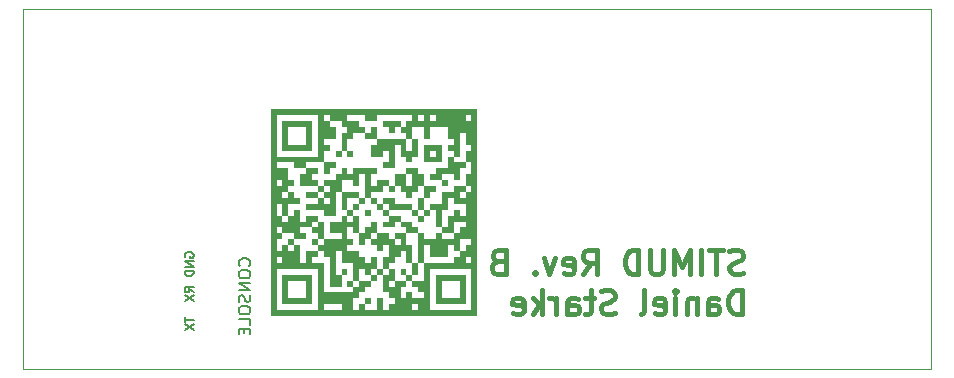
<source format=gbr>
G04 #@! TF.GenerationSoftware,KiCad,Pcbnew,(5.1.5)-3*
G04 #@! TF.CreationDate,2020-07-11T10:03:06+02:00*
G04 #@! TF.ProjectId,switch,73776974-6368-42e6-9b69-6361645f7063,rev?*
G04 #@! TF.SameCoordinates,PX48c2b58PY65ad6b4*
G04 #@! TF.FileFunction,Legend,Bot*
G04 #@! TF.FilePolarity,Positive*
%FSLAX46Y46*%
G04 Gerber Fmt 4.6, Leading zero omitted, Abs format (unit mm)*
G04 Created by KiCad (PCBNEW (5.1.5)-3) date 2020-07-11 10:03:06*
%MOMM*%
%LPD*%
G04 APERTURE LIST*
%ADD10C,0.150000*%
%ADD11C,0.400000*%
%ADD12C,0.050000*%
%ADD13C,0.020000*%
G04 APERTURE END LIST*
D10*
X13716000Y9448072D02*
X13679714Y9520643D01*
X13679714Y9629501D01*
X13716000Y9738358D01*
X13788571Y9810929D01*
X13861142Y9847215D01*
X14006285Y9883501D01*
X14115142Y9883501D01*
X14260285Y9847215D01*
X14332857Y9810929D01*
X14405428Y9738358D01*
X14441714Y9629501D01*
X14441714Y9556929D01*
X14405428Y9448072D01*
X14369142Y9411786D01*
X14115142Y9411786D01*
X14115142Y9556929D01*
X14441714Y9085215D02*
X13679714Y9085215D01*
X14441714Y8649786D01*
X13679714Y8649786D01*
X14441714Y8286929D02*
X13679714Y8286929D01*
X13679714Y8105501D01*
X13716000Y7996643D01*
X13788571Y7924072D01*
X13861142Y7887786D01*
X14006285Y7851501D01*
X14115142Y7851501D01*
X14260285Y7887786D01*
X14332857Y7924072D01*
X14405428Y7996643D01*
X14441714Y8105501D01*
X14441714Y8286929D01*
X14441714Y6454500D02*
X14078857Y6708500D01*
X14441714Y6889929D02*
X13679714Y6889929D01*
X13679714Y6599643D01*
X13716000Y6527072D01*
X13752285Y6490786D01*
X13824857Y6454500D01*
X13933714Y6454500D01*
X14006285Y6490786D01*
X14042571Y6527072D01*
X14078857Y6599643D01*
X14078857Y6889929D01*
X13679714Y6200500D02*
X14441714Y5692500D01*
X13679714Y5692500D02*
X14441714Y6200500D01*
X13679714Y4368072D02*
X13679714Y3932643D01*
X14441714Y4150358D02*
X13679714Y4150358D01*
X13679714Y3751215D02*
X14441714Y3243215D01*
X13679714Y3243215D02*
X14441714Y3751215D01*
X19153142Y8719501D02*
X19200761Y8767120D01*
X19248380Y8909977D01*
X19248380Y9005215D01*
X19200761Y9148072D01*
X19105523Y9243310D01*
X19010285Y9290929D01*
X18819809Y9338548D01*
X18676952Y9338548D01*
X18486476Y9290929D01*
X18391238Y9243310D01*
X18296000Y9148072D01*
X18248380Y9005215D01*
X18248380Y8909977D01*
X18296000Y8767120D01*
X18343619Y8719501D01*
X18248380Y8100453D02*
X18248380Y7909977D01*
X18296000Y7814739D01*
X18391238Y7719501D01*
X18581714Y7671882D01*
X18915047Y7671882D01*
X19105523Y7719501D01*
X19200761Y7814739D01*
X19248380Y7909977D01*
X19248380Y8100453D01*
X19200761Y8195691D01*
X19105523Y8290929D01*
X18915047Y8338548D01*
X18581714Y8338548D01*
X18391238Y8290929D01*
X18296000Y8195691D01*
X18248380Y8100453D01*
X19248380Y7243310D02*
X18248380Y7243310D01*
X19248380Y6671882D01*
X18248380Y6671882D01*
X19200761Y6243310D02*
X19248380Y6100453D01*
X19248380Y5862358D01*
X19200761Y5767120D01*
X19153142Y5719501D01*
X19057904Y5671882D01*
X18962666Y5671882D01*
X18867428Y5719501D01*
X18819809Y5767120D01*
X18772190Y5862358D01*
X18724571Y6052834D01*
X18676952Y6148072D01*
X18629333Y6195691D01*
X18534095Y6243310D01*
X18438857Y6243310D01*
X18343619Y6195691D01*
X18296000Y6148072D01*
X18248380Y6052834D01*
X18248380Y5814739D01*
X18296000Y5671882D01*
X18248380Y5052834D02*
X18248380Y4862358D01*
X18296000Y4767120D01*
X18391238Y4671882D01*
X18581714Y4624263D01*
X18915047Y4624263D01*
X19105523Y4671882D01*
X19200761Y4767120D01*
X19248380Y4862358D01*
X19248380Y5052834D01*
X19200761Y5148072D01*
X19105523Y5243310D01*
X18915047Y5290929D01*
X18581714Y5290929D01*
X18391238Y5243310D01*
X18296000Y5148072D01*
X18248380Y5052834D01*
X19248380Y3719501D02*
X19248380Y4195691D01*
X18248380Y4195691D01*
X18724571Y3386167D02*
X18724571Y3052834D01*
X19248380Y2909977D02*
X19248380Y3386167D01*
X18248380Y3386167D01*
X18248380Y2909977D01*
D11*
X60954047Y8129477D02*
X60668333Y8034239D01*
X60192142Y8034239D01*
X60001666Y8129477D01*
X59906428Y8224715D01*
X59811190Y8415191D01*
X59811190Y8605667D01*
X59906428Y8796143D01*
X60001666Y8891381D01*
X60192142Y8986620D01*
X60573095Y9081858D01*
X60763571Y9177096D01*
X60858809Y9272334D01*
X60954047Y9462810D01*
X60954047Y9653286D01*
X60858809Y9843762D01*
X60763571Y9939000D01*
X60573095Y10034239D01*
X60096904Y10034239D01*
X59811190Y9939000D01*
X59239761Y10034239D02*
X58096904Y10034239D01*
X58668333Y8034239D02*
X58668333Y10034239D01*
X57430238Y8034239D02*
X57430238Y10034239D01*
X56477857Y8034239D02*
X56477857Y10034239D01*
X55811190Y8605667D01*
X55144523Y10034239D01*
X55144523Y8034239D01*
X54192142Y10034239D02*
X54192142Y8415191D01*
X54096904Y8224715D01*
X54001666Y8129477D01*
X53811190Y8034239D01*
X53430238Y8034239D01*
X53239761Y8129477D01*
X53144523Y8224715D01*
X53049285Y8415191D01*
X53049285Y10034239D01*
X52096904Y8034239D02*
X52096904Y10034239D01*
X51620714Y10034239D01*
X51335000Y9939000D01*
X51144523Y9748524D01*
X51049285Y9558048D01*
X50954047Y9177096D01*
X50954047Y8891381D01*
X51049285Y8510429D01*
X51144523Y8319953D01*
X51335000Y8129477D01*
X51620714Y8034239D01*
X52096904Y8034239D01*
X47430238Y8034239D02*
X48096904Y8986620D01*
X48573095Y8034239D02*
X48573095Y10034239D01*
X47811190Y10034239D01*
X47620714Y9939000D01*
X47525476Y9843762D01*
X47430238Y9653286D01*
X47430238Y9367572D01*
X47525476Y9177096D01*
X47620714Y9081858D01*
X47811190Y8986620D01*
X48573095Y8986620D01*
X45811190Y8129477D02*
X46001666Y8034239D01*
X46382619Y8034239D01*
X46573095Y8129477D01*
X46668333Y8319953D01*
X46668333Y9081858D01*
X46573095Y9272334D01*
X46382619Y9367572D01*
X46001666Y9367572D01*
X45811190Y9272334D01*
X45715952Y9081858D01*
X45715952Y8891381D01*
X46668333Y8700905D01*
X45049285Y9367572D02*
X44573095Y8034239D01*
X44096904Y9367572D01*
X43335000Y8224715D02*
X43239761Y8129477D01*
X43335000Y8034239D01*
X43430238Y8129477D01*
X43335000Y8224715D01*
X43335000Y8034239D01*
X40192142Y9081858D02*
X39906428Y8986620D01*
X39811190Y8891381D01*
X39715952Y8700905D01*
X39715952Y8415191D01*
X39811190Y8224715D01*
X39906428Y8129477D01*
X40096904Y8034239D01*
X40858809Y8034239D01*
X40858809Y10034239D01*
X40192142Y10034239D01*
X40001666Y9939000D01*
X39906428Y9843762D01*
X39811190Y9653286D01*
X39811190Y9462810D01*
X39906428Y9272334D01*
X40001666Y9177096D01*
X40192142Y9081858D01*
X40858809Y9081858D01*
X60858809Y4634239D02*
X60858809Y6634239D01*
X60382619Y6634239D01*
X60096904Y6539000D01*
X59906428Y6348524D01*
X59811190Y6158048D01*
X59715952Y5777096D01*
X59715952Y5491381D01*
X59811190Y5110429D01*
X59906428Y4919953D01*
X60096904Y4729477D01*
X60382619Y4634239D01*
X60858809Y4634239D01*
X58001666Y4634239D02*
X58001666Y5681858D01*
X58096904Y5872334D01*
X58287380Y5967572D01*
X58668333Y5967572D01*
X58858809Y5872334D01*
X58001666Y4729477D02*
X58192142Y4634239D01*
X58668333Y4634239D01*
X58858809Y4729477D01*
X58954047Y4919953D01*
X58954047Y5110429D01*
X58858809Y5300905D01*
X58668333Y5396143D01*
X58192142Y5396143D01*
X58001666Y5491381D01*
X57049285Y5967572D02*
X57049285Y4634239D01*
X57049285Y5777096D02*
X56954047Y5872334D01*
X56763571Y5967572D01*
X56477857Y5967572D01*
X56287380Y5872334D01*
X56192142Y5681858D01*
X56192142Y4634239D01*
X55239761Y4634239D02*
X55239761Y5967572D01*
X55239761Y6634239D02*
X55335000Y6539000D01*
X55239761Y6443762D01*
X55144523Y6539000D01*
X55239761Y6634239D01*
X55239761Y6443762D01*
X53525476Y4729477D02*
X53715952Y4634239D01*
X54096904Y4634239D01*
X54287380Y4729477D01*
X54382619Y4919953D01*
X54382619Y5681858D01*
X54287380Y5872334D01*
X54096904Y5967572D01*
X53715952Y5967572D01*
X53525476Y5872334D01*
X53430238Y5681858D01*
X53430238Y5491381D01*
X54382619Y5300905D01*
X52287380Y4634239D02*
X52477857Y4729477D01*
X52573095Y4919953D01*
X52573095Y6634239D01*
X50096904Y4729477D02*
X49811190Y4634239D01*
X49335000Y4634239D01*
X49144523Y4729477D01*
X49049285Y4824715D01*
X48954047Y5015191D01*
X48954047Y5205667D01*
X49049285Y5396143D01*
X49144523Y5491381D01*
X49335000Y5586620D01*
X49715952Y5681858D01*
X49906428Y5777096D01*
X50001666Y5872334D01*
X50096904Y6062810D01*
X50096904Y6253286D01*
X50001666Y6443762D01*
X49906428Y6539000D01*
X49715952Y6634239D01*
X49239761Y6634239D01*
X48954047Y6539000D01*
X48382619Y5967572D02*
X47620714Y5967572D01*
X48096904Y6634239D02*
X48096904Y4919953D01*
X48001666Y4729477D01*
X47811190Y4634239D01*
X47620714Y4634239D01*
X46096904Y4634239D02*
X46096904Y5681858D01*
X46192142Y5872334D01*
X46382619Y5967572D01*
X46763571Y5967572D01*
X46954047Y5872334D01*
X46096904Y4729477D02*
X46287380Y4634239D01*
X46763571Y4634239D01*
X46954047Y4729477D01*
X47049285Y4919953D01*
X47049285Y5110429D01*
X46954047Y5300905D01*
X46763571Y5396143D01*
X46287380Y5396143D01*
X46096904Y5491381D01*
X45144523Y4634239D02*
X45144523Y5967572D01*
X45144523Y5586620D02*
X45049285Y5777096D01*
X44954047Y5872334D01*
X44763571Y5967572D01*
X44573095Y5967572D01*
X43906428Y4634239D02*
X43906428Y6634239D01*
X43715952Y5396143D02*
X43144523Y4634239D01*
X43144523Y5967572D02*
X43906428Y5205667D01*
X41525476Y4729477D02*
X41715952Y4634239D01*
X42096904Y4634239D01*
X42287380Y4729477D01*
X42382619Y4919953D01*
X42382619Y5681858D01*
X42287380Y5872334D01*
X42096904Y5967572D01*
X41715952Y5967572D01*
X41525476Y5872334D01*
X41430238Y5681858D01*
X41430238Y5491381D01*
X42382619Y5300905D01*
D12*
X0Y30480000D02*
X76862000Y30480000D01*
X0Y0D02*
X0Y30480000D01*
X76862000Y0D02*
X0Y0D01*
X76862000Y30480000D02*
X76862000Y0D01*
D13*
G36*
X38468000Y21958000D02*
G01*
X38468000Y21458000D01*
X37968000Y21458000D01*
X37968000Y21958000D01*
X38468000Y21958000D01*
G37*
G36*
X37968000Y21958000D02*
G01*
X37968000Y21458000D01*
X37468000Y21458000D01*
X37468000Y21958000D01*
X37968000Y21958000D01*
G37*
G36*
X37468000Y21958000D02*
G01*
X37468000Y21458000D01*
X36968000Y21458000D01*
X36968000Y21958000D01*
X37468000Y21958000D01*
G37*
G36*
X36968000Y21958000D02*
G01*
X36968000Y21458000D01*
X36468000Y21458000D01*
X36468000Y21958000D01*
X36968000Y21958000D01*
G37*
G36*
X36468000Y21958000D02*
G01*
X36468000Y21458000D01*
X35968000Y21458000D01*
X35968000Y21958000D01*
X36468000Y21958000D01*
G37*
G36*
X35968000Y21958000D02*
G01*
X35968000Y21458000D01*
X35468000Y21458000D01*
X35468000Y21958000D01*
X35968000Y21958000D01*
G37*
G36*
X35468000Y21958000D02*
G01*
X35468000Y21458000D01*
X34968000Y21458000D01*
X34968000Y21958000D01*
X35468000Y21958000D01*
G37*
G36*
X34968000Y21958000D02*
G01*
X34968000Y21458000D01*
X34468000Y21458000D01*
X34468000Y21958000D01*
X34968000Y21958000D01*
G37*
G36*
X34468000Y21958000D02*
G01*
X34468000Y21458000D01*
X33968000Y21458000D01*
X33968000Y21958000D01*
X34468000Y21958000D01*
G37*
G36*
X33968000Y21958000D02*
G01*
X33968000Y21458000D01*
X33468000Y21458000D01*
X33468000Y21958000D01*
X33968000Y21958000D01*
G37*
G36*
X33468000Y21958000D02*
G01*
X33468000Y21458000D01*
X32968000Y21458000D01*
X32968000Y21958000D01*
X33468000Y21958000D01*
G37*
G36*
X32968000Y21958000D02*
G01*
X32968000Y21458000D01*
X32468000Y21458000D01*
X32468000Y21958000D01*
X32968000Y21958000D01*
G37*
G36*
X32468000Y21958000D02*
G01*
X32468000Y21458000D01*
X31968000Y21458000D01*
X31968000Y21958000D01*
X32468000Y21958000D01*
G37*
G36*
X31968000Y21958000D02*
G01*
X31968000Y21458000D01*
X31468000Y21458000D01*
X31468000Y21958000D01*
X31968000Y21958000D01*
G37*
G36*
X31468000Y21958000D02*
G01*
X31468000Y21458000D01*
X30968000Y21458000D01*
X30968000Y21958000D01*
X31468000Y21958000D01*
G37*
G36*
X30968000Y21958000D02*
G01*
X30968000Y21458000D01*
X30468000Y21458000D01*
X30468000Y21958000D01*
X30968000Y21958000D01*
G37*
G36*
X30468000Y21958000D02*
G01*
X30468000Y21458000D01*
X29968000Y21458000D01*
X29968000Y21958000D01*
X30468000Y21958000D01*
G37*
G36*
X29968000Y21958000D02*
G01*
X29968000Y21458000D01*
X29468000Y21458000D01*
X29468000Y21958000D01*
X29968000Y21958000D01*
G37*
G36*
X29468000Y21958000D02*
G01*
X29468000Y21458000D01*
X28968000Y21458000D01*
X28968000Y21958000D01*
X29468000Y21958000D01*
G37*
G36*
X28968000Y21958000D02*
G01*
X28968000Y21458000D01*
X28468000Y21458000D01*
X28468000Y21958000D01*
X28968000Y21958000D01*
G37*
G36*
X28468000Y21958000D02*
G01*
X28468000Y21458000D01*
X27968000Y21458000D01*
X27968000Y21958000D01*
X28468000Y21958000D01*
G37*
G36*
X27968000Y21958000D02*
G01*
X27968000Y21458000D01*
X27468000Y21458000D01*
X27468000Y21958000D01*
X27968000Y21958000D01*
G37*
G36*
X27468000Y21958000D02*
G01*
X27468000Y21458000D01*
X26968000Y21458000D01*
X26968000Y21958000D01*
X27468000Y21958000D01*
G37*
G36*
X26968000Y21958000D02*
G01*
X26968000Y21458000D01*
X26468000Y21458000D01*
X26468000Y21958000D01*
X26968000Y21958000D01*
G37*
G36*
X26468000Y21958000D02*
G01*
X26468000Y21458000D01*
X25968000Y21458000D01*
X25968000Y21958000D01*
X26468000Y21958000D01*
G37*
G36*
X25968000Y21958000D02*
G01*
X25968000Y21458000D01*
X25468000Y21458000D01*
X25468000Y21958000D01*
X25968000Y21958000D01*
G37*
G36*
X25468000Y21958000D02*
G01*
X25468000Y21458000D01*
X24968000Y21458000D01*
X24968000Y21958000D01*
X25468000Y21958000D01*
G37*
G36*
X24968000Y21958000D02*
G01*
X24968000Y21458000D01*
X24468000Y21458000D01*
X24468000Y21958000D01*
X24968000Y21958000D01*
G37*
G36*
X24468000Y21958000D02*
G01*
X24468000Y21458000D01*
X23968000Y21458000D01*
X23968000Y21958000D01*
X24468000Y21958000D01*
G37*
G36*
X23968000Y21958000D02*
G01*
X23968000Y21458000D01*
X23468000Y21458000D01*
X23468000Y21958000D01*
X23968000Y21958000D01*
G37*
G36*
X23468000Y21958000D02*
G01*
X23468000Y21458000D01*
X22968000Y21458000D01*
X22968000Y21958000D01*
X23468000Y21958000D01*
G37*
G36*
X22968000Y21958000D02*
G01*
X22968000Y21458000D01*
X22468000Y21458000D01*
X22468000Y21958000D01*
X22968000Y21958000D01*
G37*
G36*
X22468000Y21958000D02*
G01*
X22468000Y21458000D01*
X21968000Y21458000D01*
X21968000Y21958000D01*
X22468000Y21958000D01*
G37*
G36*
X21968000Y21958000D02*
G01*
X21968000Y21458000D01*
X21468000Y21458000D01*
X21468000Y21958000D01*
X21968000Y21958000D01*
G37*
G36*
X21468000Y21958000D02*
G01*
X21468000Y21458000D01*
X20968000Y21458000D01*
X20968000Y21958000D01*
X21468000Y21958000D01*
G37*
G36*
X38468000Y21458000D02*
G01*
X38468000Y20958000D01*
X37968000Y20958000D01*
X37968000Y21458000D01*
X38468000Y21458000D01*
G37*
G36*
X37468000Y21458000D02*
G01*
X37468000Y20958000D01*
X36968000Y20958000D01*
X36968000Y21458000D01*
X37468000Y21458000D01*
G37*
G36*
X36968000Y21458000D02*
G01*
X36968000Y20958000D01*
X36468000Y20958000D01*
X36468000Y21458000D01*
X36968000Y21458000D01*
G37*
G36*
X36468000Y21458000D02*
G01*
X36468000Y20958000D01*
X35968000Y20958000D01*
X35968000Y21458000D01*
X36468000Y21458000D01*
G37*
G36*
X35968000Y21458000D02*
G01*
X35968000Y20958000D01*
X35468000Y20958000D01*
X35468000Y21458000D01*
X35968000Y21458000D01*
G37*
G36*
X35468000Y21458000D02*
G01*
X35468000Y20958000D01*
X34968000Y20958000D01*
X34968000Y21458000D01*
X35468000Y21458000D01*
G37*
G36*
X34468000Y21458000D02*
G01*
X34468000Y20958000D01*
X33968000Y20958000D01*
X33968000Y21458000D01*
X34468000Y21458000D01*
G37*
G36*
X33468000Y21458000D02*
G01*
X33468000Y20958000D01*
X32968000Y20958000D01*
X32968000Y21458000D01*
X33468000Y21458000D01*
G37*
G36*
X29968000Y21458000D02*
G01*
X29968000Y20958000D01*
X29468000Y20958000D01*
X29468000Y21458000D01*
X29968000Y21458000D01*
G37*
G36*
X29468000Y21458000D02*
G01*
X29468000Y20958000D01*
X28968000Y20958000D01*
X28968000Y21458000D01*
X29468000Y21458000D01*
G37*
G36*
X27468000Y21458000D02*
G01*
X27468000Y20958000D01*
X26968000Y20958000D01*
X26968000Y21458000D01*
X27468000Y21458000D01*
G37*
G36*
X26968000Y21458000D02*
G01*
X26968000Y20958000D01*
X26468000Y20958000D01*
X26468000Y21458000D01*
X26968000Y21458000D01*
G37*
G36*
X26468000Y21458000D02*
G01*
X26468000Y20958000D01*
X25968000Y20958000D01*
X25968000Y21458000D01*
X26468000Y21458000D01*
G37*
G36*
X25468000Y21458000D02*
G01*
X25468000Y20958000D01*
X24968000Y20958000D01*
X24968000Y21458000D01*
X25468000Y21458000D01*
G37*
G36*
X21468000Y21458000D02*
G01*
X21468000Y20958000D01*
X20968000Y20958000D01*
X20968000Y21458000D01*
X21468000Y21458000D01*
G37*
G36*
X38468000Y20958000D02*
G01*
X38468000Y20458000D01*
X37968000Y20458000D01*
X37968000Y20958000D01*
X38468000Y20958000D01*
G37*
G36*
X37968000Y20958000D02*
G01*
X37968000Y20458000D01*
X37468000Y20458000D01*
X37468000Y20958000D01*
X37968000Y20958000D01*
G37*
G36*
X37468000Y20958000D02*
G01*
X37468000Y20458000D01*
X36968000Y20458000D01*
X36968000Y20958000D01*
X37468000Y20958000D01*
G37*
G36*
X36968000Y20958000D02*
G01*
X36968000Y20458000D01*
X36468000Y20458000D01*
X36468000Y20958000D01*
X36968000Y20958000D01*
G37*
G36*
X36468000Y20958000D02*
G01*
X36468000Y20458000D01*
X35968000Y20458000D01*
X35968000Y20958000D01*
X36468000Y20958000D01*
G37*
G36*
X35968000Y20958000D02*
G01*
X35968000Y20458000D01*
X35468000Y20458000D01*
X35468000Y20958000D01*
X35968000Y20958000D01*
G37*
G36*
X35468000Y20958000D02*
G01*
X35468000Y20458000D01*
X34968000Y20458000D01*
X34968000Y20958000D01*
X35468000Y20958000D01*
G37*
G36*
X34968000Y20958000D02*
G01*
X34968000Y20458000D01*
X34468000Y20458000D01*
X34468000Y20958000D01*
X34968000Y20958000D01*
G37*
G36*
X34468000Y20958000D02*
G01*
X34468000Y20458000D01*
X33968000Y20458000D01*
X33968000Y20958000D01*
X34468000Y20958000D01*
G37*
G36*
X33968000Y20958000D02*
G01*
X33968000Y20458000D01*
X33468000Y20458000D01*
X33468000Y20958000D01*
X33968000Y20958000D01*
G37*
G36*
X33468000Y20958000D02*
G01*
X33468000Y20458000D01*
X32968000Y20458000D01*
X32968000Y20958000D01*
X33468000Y20958000D01*
G37*
G36*
X32968000Y20958000D02*
G01*
X32968000Y20458000D01*
X32468000Y20458000D01*
X32468000Y20958000D01*
X32968000Y20958000D01*
G37*
G36*
X31968000Y20958000D02*
G01*
X31968000Y20458000D01*
X31468000Y20458000D01*
X31468000Y20958000D01*
X31968000Y20958000D01*
G37*
G36*
X31468000Y20958000D02*
G01*
X31468000Y20458000D01*
X30968000Y20458000D01*
X30968000Y20958000D01*
X31468000Y20958000D01*
G37*
G36*
X30968000Y20958000D02*
G01*
X30968000Y20458000D01*
X30468000Y20458000D01*
X30468000Y20958000D01*
X30968000Y20958000D01*
G37*
G36*
X28468000Y20958000D02*
G01*
X28468000Y20458000D01*
X27968000Y20458000D01*
X27968000Y20958000D01*
X28468000Y20958000D01*
G37*
G36*
X27968000Y20958000D02*
G01*
X27968000Y20458000D01*
X27468000Y20458000D01*
X27468000Y20958000D01*
X27968000Y20958000D01*
G37*
G36*
X27468000Y20958000D02*
G01*
X27468000Y20458000D01*
X26968000Y20458000D01*
X26968000Y20958000D01*
X27468000Y20958000D01*
G37*
G36*
X25968000Y20958000D02*
G01*
X25968000Y20458000D01*
X25468000Y20458000D01*
X25468000Y20958000D01*
X25968000Y20958000D01*
G37*
G36*
X25468000Y20958000D02*
G01*
X25468000Y20458000D01*
X24968000Y20458000D01*
X24968000Y20958000D01*
X25468000Y20958000D01*
G37*
G36*
X24468000Y20958000D02*
G01*
X24468000Y20458000D01*
X23968000Y20458000D01*
X23968000Y20958000D01*
X24468000Y20958000D01*
G37*
G36*
X23968000Y20958000D02*
G01*
X23968000Y20458000D01*
X23468000Y20458000D01*
X23468000Y20958000D01*
X23968000Y20958000D01*
G37*
G36*
X23468000Y20958000D02*
G01*
X23468000Y20458000D01*
X22968000Y20458000D01*
X22968000Y20958000D01*
X23468000Y20958000D01*
G37*
G36*
X22968000Y20958000D02*
G01*
X22968000Y20458000D01*
X22468000Y20458000D01*
X22468000Y20958000D01*
X22968000Y20958000D01*
G37*
G36*
X22468000Y20958000D02*
G01*
X22468000Y20458000D01*
X21968000Y20458000D01*
X21968000Y20958000D01*
X22468000Y20958000D01*
G37*
G36*
X21468000Y20958000D02*
G01*
X21468000Y20458000D01*
X20968000Y20458000D01*
X20968000Y20958000D01*
X21468000Y20958000D01*
G37*
G36*
X38468000Y20458000D02*
G01*
X38468000Y19958000D01*
X37968000Y19958000D01*
X37968000Y20458000D01*
X38468000Y20458000D01*
G37*
G36*
X37968000Y20458000D02*
G01*
X37968000Y19958000D01*
X37468000Y19958000D01*
X37468000Y20458000D01*
X37968000Y20458000D01*
G37*
G36*
X37468000Y20458000D02*
G01*
X37468000Y19958000D01*
X36968000Y19958000D01*
X36968000Y20458000D01*
X37468000Y20458000D01*
G37*
G36*
X36968000Y20458000D02*
G01*
X36968000Y19958000D01*
X36468000Y19958000D01*
X36468000Y20458000D01*
X36968000Y20458000D01*
G37*
G36*
X36468000Y20458000D02*
G01*
X36468000Y19958000D01*
X35968000Y19958000D01*
X35968000Y20458000D01*
X36468000Y20458000D01*
G37*
G36*
X34468000Y20458000D02*
G01*
X34468000Y19958000D01*
X33968000Y19958000D01*
X33968000Y20458000D01*
X34468000Y20458000D01*
G37*
G36*
X32968000Y20458000D02*
G01*
X32968000Y19958000D01*
X32468000Y19958000D01*
X32468000Y20458000D01*
X32968000Y20458000D01*
G37*
G36*
X32468000Y20458000D02*
G01*
X32468000Y19958000D01*
X31968000Y19958000D01*
X31968000Y20458000D01*
X32468000Y20458000D01*
G37*
G36*
X31468000Y20458000D02*
G01*
X31468000Y19958000D01*
X30968000Y19958000D01*
X30968000Y20458000D01*
X31468000Y20458000D01*
G37*
G36*
X29968000Y20458000D02*
G01*
X29968000Y19958000D01*
X29468000Y19958000D01*
X29468000Y20458000D01*
X29968000Y20458000D01*
G37*
G36*
X28968000Y20458000D02*
G01*
X28968000Y19958000D01*
X28468000Y19958000D01*
X28468000Y20458000D01*
X28968000Y20458000D01*
G37*
G36*
X28468000Y20458000D02*
G01*
X28468000Y19958000D01*
X27968000Y19958000D01*
X27968000Y20458000D01*
X28468000Y20458000D01*
G37*
G36*
X27968000Y20458000D02*
G01*
X27968000Y19958000D01*
X27468000Y19958000D01*
X27468000Y20458000D01*
X27968000Y20458000D01*
G37*
G36*
X26468000Y20458000D02*
G01*
X26468000Y19958000D01*
X25968000Y19958000D01*
X25968000Y20458000D01*
X26468000Y20458000D01*
G37*
G36*
X25968000Y20458000D02*
G01*
X25968000Y19958000D01*
X25468000Y19958000D01*
X25468000Y20458000D01*
X25968000Y20458000D01*
G37*
G36*
X25468000Y20458000D02*
G01*
X25468000Y19958000D01*
X24968000Y19958000D01*
X24968000Y20458000D01*
X25468000Y20458000D01*
G37*
G36*
X24468000Y20458000D02*
G01*
X24468000Y19958000D01*
X23968000Y19958000D01*
X23968000Y20458000D01*
X24468000Y20458000D01*
G37*
G36*
X22468000Y20458000D02*
G01*
X22468000Y19958000D01*
X21968000Y19958000D01*
X21968000Y20458000D01*
X22468000Y20458000D01*
G37*
G36*
X21468000Y20458000D02*
G01*
X21468000Y19958000D01*
X20968000Y19958000D01*
X20968000Y20458000D01*
X21468000Y20458000D01*
G37*
G36*
X38468000Y19958000D02*
G01*
X38468000Y19458000D01*
X37968000Y19458000D01*
X37968000Y19958000D01*
X38468000Y19958000D01*
G37*
G36*
X37968000Y19958000D02*
G01*
X37968000Y19458000D01*
X37468000Y19458000D01*
X37468000Y19958000D01*
X37968000Y19958000D01*
G37*
G36*
X36968000Y19958000D02*
G01*
X36968000Y19458000D01*
X36468000Y19458000D01*
X36468000Y19958000D01*
X36968000Y19958000D01*
G37*
G36*
X36468000Y19958000D02*
G01*
X36468000Y19458000D01*
X35968000Y19458000D01*
X35968000Y19958000D01*
X36468000Y19958000D01*
G37*
G36*
X34468000Y19958000D02*
G01*
X34468000Y19458000D01*
X33968000Y19458000D01*
X33968000Y19958000D01*
X34468000Y19958000D01*
G37*
G36*
X32968000Y19958000D02*
G01*
X32968000Y19458000D01*
X32468000Y19458000D01*
X32468000Y19958000D01*
X32968000Y19958000D01*
G37*
G36*
X29968000Y19958000D02*
G01*
X29968000Y19458000D01*
X29468000Y19458000D01*
X29468000Y19958000D01*
X29968000Y19958000D01*
G37*
G36*
X29468000Y19958000D02*
G01*
X29468000Y19458000D01*
X28968000Y19458000D01*
X28968000Y19958000D01*
X29468000Y19958000D01*
G37*
G36*
X27968000Y19958000D02*
G01*
X27968000Y19458000D01*
X27468000Y19458000D01*
X27468000Y19958000D01*
X27968000Y19958000D01*
G37*
G36*
X27468000Y19958000D02*
G01*
X27468000Y19458000D01*
X26968000Y19458000D01*
X26968000Y19958000D01*
X27468000Y19958000D01*
G37*
G36*
X26468000Y19958000D02*
G01*
X26468000Y19458000D01*
X25968000Y19458000D01*
X25968000Y19958000D01*
X26468000Y19958000D01*
G37*
G36*
X25968000Y19958000D02*
G01*
X25968000Y19458000D01*
X25468000Y19458000D01*
X25468000Y19958000D01*
X25968000Y19958000D01*
G37*
G36*
X25468000Y19958000D02*
G01*
X25468000Y19458000D01*
X24968000Y19458000D01*
X24968000Y19958000D01*
X25468000Y19958000D01*
G37*
G36*
X24468000Y19958000D02*
G01*
X24468000Y19458000D01*
X23968000Y19458000D01*
X23968000Y19958000D01*
X24468000Y19958000D01*
G37*
G36*
X22468000Y19958000D02*
G01*
X22468000Y19458000D01*
X21968000Y19458000D01*
X21968000Y19958000D01*
X22468000Y19958000D01*
G37*
G36*
X21468000Y19958000D02*
G01*
X21468000Y19458000D01*
X20968000Y19458000D01*
X20968000Y19958000D01*
X21468000Y19958000D01*
G37*
G36*
X38468000Y19458000D02*
G01*
X38468000Y18958000D01*
X37968000Y18958000D01*
X37968000Y19458000D01*
X38468000Y19458000D01*
G37*
G36*
X37968000Y19458000D02*
G01*
X37968000Y18958000D01*
X37468000Y18958000D01*
X37468000Y19458000D01*
X37968000Y19458000D01*
G37*
G36*
X36968000Y19458000D02*
G01*
X36968000Y18958000D01*
X36468000Y18958000D01*
X36468000Y19458000D01*
X36968000Y19458000D01*
G37*
G36*
X33468000Y19458000D02*
G01*
X33468000Y18958000D01*
X32968000Y18958000D01*
X32968000Y19458000D01*
X33468000Y19458000D01*
G37*
G36*
X32468000Y19458000D02*
G01*
X32468000Y18958000D01*
X31968000Y18958000D01*
X31968000Y19458000D01*
X32468000Y19458000D01*
G37*
G36*
X31968000Y19458000D02*
G01*
X31968000Y18958000D01*
X31468000Y18958000D01*
X31468000Y19458000D01*
X31968000Y19458000D01*
G37*
G36*
X31468000Y19458000D02*
G01*
X31468000Y18958000D01*
X30968000Y18958000D01*
X30968000Y19458000D01*
X31468000Y19458000D01*
G37*
G36*
X30968000Y19458000D02*
G01*
X30968000Y18958000D01*
X30468000Y18958000D01*
X30468000Y19458000D01*
X30968000Y19458000D01*
G37*
G36*
X30468000Y19458000D02*
G01*
X30468000Y18958000D01*
X29968000Y18958000D01*
X29968000Y19458000D01*
X30468000Y19458000D01*
G37*
G36*
X27468000Y19458000D02*
G01*
X27468000Y18958000D01*
X26968000Y18958000D01*
X26968000Y19458000D01*
X27468000Y19458000D01*
G37*
G36*
X25468000Y19458000D02*
G01*
X25468000Y18958000D01*
X24968000Y18958000D01*
X24968000Y19458000D01*
X25468000Y19458000D01*
G37*
G36*
X24468000Y19458000D02*
G01*
X24468000Y18958000D01*
X23968000Y18958000D01*
X23968000Y19458000D01*
X24468000Y19458000D01*
G37*
G36*
X22468000Y19458000D02*
G01*
X22468000Y18958000D01*
X21968000Y18958000D01*
X21968000Y19458000D01*
X22468000Y19458000D01*
G37*
G36*
X21468000Y19458000D02*
G01*
X21468000Y18958000D01*
X20968000Y18958000D01*
X20968000Y19458000D01*
X21468000Y19458000D01*
G37*
G36*
X38468000Y18958000D02*
G01*
X38468000Y18458000D01*
X37968000Y18458000D01*
X37968000Y18958000D01*
X38468000Y18958000D01*
G37*
G36*
X36968000Y18958000D02*
G01*
X36968000Y18458000D01*
X36468000Y18458000D01*
X36468000Y18958000D01*
X36968000Y18958000D01*
G37*
G36*
X36468000Y18958000D02*
G01*
X36468000Y18458000D01*
X35968000Y18458000D01*
X35968000Y18958000D01*
X36468000Y18958000D01*
G37*
G36*
X35468000Y18958000D02*
G01*
X35468000Y18458000D01*
X34968000Y18458000D01*
X34968000Y18958000D01*
X35468000Y18958000D01*
G37*
G36*
X34968000Y18958000D02*
G01*
X34968000Y18458000D01*
X34468000Y18458000D01*
X34468000Y18958000D01*
X34968000Y18958000D01*
G37*
G36*
X34468000Y18958000D02*
G01*
X34468000Y18458000D01*
X33968000Y18458000D01*
X33968000Y18958000D01*
X34468000Y18958000D01*
G37*
G36*
X33468000Y18958000D02*
G01*
X33468000Y18458000D01*
X32968000Y18458000D01*
X32968000Y18958000D01*
X33468000Y18958000D01*
G37*
G36*
X32468000Y18958000D02*
G01*
X32468000Y18458000D01*
X31968000Y18458000D01*
X31968000Y18958000D01*
X32468000Y18958000D01*
G37*
G36*
X31468000Y18958000D02*
G01*
X31468000Y18458000D01*
X30968000Y18458000D01*
X30968000Y18958000D01*
X31468000Y18958000D01*
G37*
G36*
X30968000Y18958000D02*
G01*
X30968000Y18458000D01*
X30468000Y18458000D01*
X30468000Y18958000D01*
X30968000Y18958000D01*
G37*
G36*
X30468000Y18958000D02*
G01*
X30468000Y18458000D01*
X29968000Y18458000D01*
X29968000Y18958000D01*
X30468000Y18958000D01*
G37*
G36*
X29968000Y18958000D02*
G01*
X29968000Y18458000D01*
X29468000Y18458000D01*
X29468000Y18958000D01*
X29968000Y18958000D01*
G37*
G36*
X27468000Y18958000D02*
G01*
X27468000Y18458000D01*
X26968000Y18458000D01*
X26968000Y18958000D01*
X27468000Y18958000D01*
G37*
G36*
X25968000Y18958000D02*
G01*
X25968000Y18458000D01*
X25468000Y18458000D01*
X25468000Y18958000D01*
X25968000Y18958000D01*
G37*
G36*
X25468000Y18958000D02*
G01*
X25468000Y18458000D01*
X24968000Y18458000D01*
X24968000Y18958000D01*
X25468000Y18958000D01*
G37*
G36*
X24468000Y18958000D02*
G01*
X24468000Y18458000D01*
X23968000Y18458000D01*
X23968000Y18958000D01*
X24468000Y18958000D01*
G37*
G36*
X23968000Y18958000D02*
G01*
X23968000Y18458000D01*
X23468000Y18458000D01*
X23468000Y18958000D01*
X23968000Y18958000D01*
G37*
G36*
X23468000Y18958000D02*
G01*
X23468000Y18458000D01*
X22968000Y18458000D01*
X22968000Y18958000D01*
X23468000Y18958000D01*
G37*
G36*
X22968000Y18958000D02*
G01*
X22968000Y18458000D01*
X22468000Y18458000D01*
X22468000Y18958000D01*
X22968000Y18958000D01*
G37*
G36*
X22468000Y18958000D02*
G01*
X22468000Y18458000D01*
X21968000Y18458000D01*
X21968000Y18958000D01*
X22468000Y18958000D01*
G37*
G36*
X21468000Y18958000D02*
G01*
X21468000Y18458000D01*
X20968000Y18458000D01*
X20968000Y18958000D01*
X21468000Y18958000D01*
G37*
G36*
X38468000Y18458000D02*
G01*
X38468000Y17958000D01*
X37968000Y17958000D01*
X37968000Y18458000D01*
X38468000Y18458000D01*
G37*
G36*
X37968000Y18458000D02*
G01*
X37968000Y17958000D01*
X37468000Y17958000D01*
X37468000Y18458000D01*
X37968000Y18458000D01*
G37*
G36*
X36968000Y18458000D02*
G01*
X36968000Y17958000D01*
X36468000Y17958000D01*
X36468000Y18458000D01*
X36968000Y18458000D01*
G37*
G36*
X35468000Y18458000D02*
G01*
X35468000Y17958000D01*
X34968000Y17958000D01*
X34968000Y18458000D01*
X35468000Y18458000D01*
G37*
G36*
X34468000Y18458000D02*
G01*
X34468000Y17958000D01*
X33968000Y17958000D01*
X33968000Y18458000D01*
X34468000Y18458000D01*
G37*
G36*
X33468000Y18458000D02*
G01*
X33468000Y17958000D01*
X32968000Y17958000D01*
X32968000Y18458000D01*
X33468000Y18458000D01*
G37*
G36*
X32968000Y18458000D02*
G01*
X32968000Y17958000D01*
X32468000Y17958000D01*
X32468000Y18458000D01*
X32968000Y18458000D01*
G37*
G36*
X32468000Y18458000D02*
G01*
X32468000Y17958000D01*
X31968000Y17958000D01*
X31968000Y18458000D01*
X32468000Y18458000D01*
G37*
G36*
X31468000Y18458000D02*
G01*
X31468000Y17958000D01*
X30968000Y17958000D01*
X30968000Y18458000D01*
X31468000Y18458000D01*
G37*
G36*
X30468000Y18458000D02*
G01*
X30468000Y17958000D01*
X29968000Y17958000D01*
X29968000Y18458000D01*
X30468000Y18458000D01*
G37*
G36*
X29968000Y18458000D02*
G01*
X29968000Y17958000D01*
X29468000Y17958000D01*
X29468000Y18458000D01*
X29968000Y18458000D01*
G37*
G36*
X27968000Y18458000D02*
G01*
X27968000Y17958000D01*
X27468000Y17958000D01*
X27468000Y18458000D01*
X27968000Y18458000D01*
G37*
G36*
X26968000Y18458000D02*
G01*
X26968000Y17958000D01*
X26468000Y17958000D01*
X26468000Y18458000D01*
X26968000Y18458000D01*
G37*
G36*
X25468000Y18458000D02*
G01*
X25468000Y17958000D01*
X24968000Y17958000D01*
X24968000Y18458000D01*
X25468000Y18458000D01*
G37*
G36*
X21468000Y18458000D02*
G01*
X21468000Y17958000D01*
X20968000Y17958000D01*
X20968000Y18458000D01*
X21468000Y18458000D01*
G37*
G36*
X38468000Y17958000D02*
G01*
X38468000Y17458000D01*
X37968000Y17458000D01*
X37968000Y17958000D01*
X38468000Y17958000D01*
G37*
G36*
X37968000Y17958000D02*
G01*
X37968000Y17458000D01*
X37468000Y17458000D01*
X37468000Y17958000D01*
X37968000Y17958000D01*
G37*
G36*
X36468000Y17958000D02*
G01*
X36468000Y17458000D01*
X35968000Y17458000D01*
X35968000Y17958000D01*
X36468000Y17958000D01*
G37*
G36*
X35468000Y17958000D02*
G01*
X35468000Y17458000D01*
X34968000Y17458000D01*
X34968000Y17958000D01*
X35468000Y17958000D01*
G37*
G36*
X34968000Y17958000D02*
G01*
X34968000Y17458000D01*
X34468000Y17458000D01*
X34468000Y17958000D01*
X34968000Y17958000D01*
G37*
G36*
X34468000Y17958000D02*
G01*
X34468000Y17458000D01*
X33968000Y17458000D01*
X33968000Y17958000D01*
X34468000Y17958000D01*
G37*
G36*
X32968000Y17958000D02*
G01*
X32968000Y17458000D01*
X32468000Y17458000D01*
X32468000Y17958000D01*
X32968000Y17958000D01*
G37*
G36*
X31468000Y17958000D02*
G01*
X31468000Y17458000D01*
X30968000Y17458000D01*
X30968000Y17958000D01*
X31468000Y17958000D01*
G37*
G36*
X25468000Y17958000D02*
G01*
X25468000Y17458000D01*
X24968000Y17458000D01*
X24968000Y17958000D01*
X25468000Y17958000D01*
G37*
G36*
X24968000Y17958000D02*
G01*
X24968000Y17458000D01*
X24468000Y17458000D01*
X24468000Y17958000D01*
X24968000Y17958000D01*
G37*
G36*
X24468000Y17958000D02*
G01*
X24468000Y17458000D01*
X23968000Y17458000D01*
X23968000Y17958000D01*
X24468000Y17958000D01*
G37*
G36*
X23968000Y17958000D02*
G01*
X23968000Y17458000D01*
X23468000Y17458000D01*
X23468000Y17958000D01*
X23968000Y17958000D01*
G37*
G36*
X23468000Y17958000D02*
G01*
X23468000Y17458000D01*
X22968000Y17458000D01*
X22968000Y17958000D01*
X23468000Y17958000D01*
G37*
G36*
X22968000Y17958000D02*
G01*
X22968000Y17458000D01*
X22468000Y17458000D01*
X22468000Y17958000D01*
X22968000Y17958000D01*
G37*
G36*
X22468000Y17958000D02*
G01*
X22468000Y17458000D01*
X21968000Y17458000D01*
X21968000Y17958000D01*
X22468000Y17958000D01*
G37*
G36*
X21968000Y17958000D02*
G01*
X21968000Y17458000D01*
X21468000Y17458000D01*
X21468000Y17958000D01*
X21968000Y17958000D01*
G37*
G36*
X21468000Y17958000D02*
G01*
X21468000Y17458000D01*
X20968000Y17458000D01*
X20968000Y17958000D01*
X21468000Y17958000D01*
G37*
G36*
X38468000Y17458000D02*
G01*
X38468000Y16958000D01*
X37968000Y16958000D01*
X37968000Y17458000D01*
X38468000Y17458000D01*
G37*
G36*
X37468000Y17458000D02*
G01*
X37468000Y16958000D01*
X36968000Y16958000D01*
X36968000Y17458000D01*
X37468000Y17458000D01*
G37*
G36*
X36968000Y17458000D02*
G01*
X36968000Y16958000D01*
X36468000Y16958000D01*
X36468000Y17458000D01*
X36968000Y17458000D01*
G37*
G36*
X36468000Y17458000D02*
G01*
X36468000Y16958000D01*
X35968000Y16958000D01*
X35968000Y17458000D01*
X36468000Y17458000D01*
G37*
G36*
X31468000Y17458000D02*
G01*
X31468000Y16958000D01*
X30968000Y16958000D01*
X30968000Y17458000D01*
X31468000Y17458000D01*
G37*
G36*
X30968000Y17458000D02*
G01*
X30968000Y16958000D01*
X30468000Y16958000D01*
X30468000Y17458000D01*
X30968000Y17458000D01*
G37*
G36*
X26468000Y17458000D02*
G01*
X26468000Y16958000D01*
X25968000Y16958000D01*
X25968000Y17458000D01*
X26468000Y17458000D01*
G37*
G36*
X25968000Y17458000D02*
G01*
X25968000Y16958000D01*
X25468000Y16958000D01*
X25468000Y17458000D01*
X25968000Y17458000D01*
G37*
G36*
X23968000Y17458000D02*
G01*
X23968000Y16958000D01*
X23468000Y16958000D01*
X23468000Y17458000D01*
X23968000Y17458000D01*
G37*
G36*
X23468000Y17458000D02*
G01*
X23468000Y16958000D01*
X22968000Y16958000D01*
X22968000Y17458000D01*
X23468000Y17458000D01*
G37*
G36*
X21468000Y17458000D02*
G01*
X21468000Y16958000D01*
X20968000Y16958000D01*
X20968000Y17458000D01*
X21468000Y17458000D01*
G37*
G36*
X38468000Y16958000D02*
G01*
X38468000Y16458000D01*
X37968000Y16458000D01*
X37968000Y16958000D01*
X38468000Y16958000D01*
G37*
G36*
X36968000Y16958000D02*
G01*
X36968000Y16458000D01*
X36468000Y16458000D01*
X36468000Y16958000D01*
X36968000Y16958000D01*
G37*
G36*
X36468000Y16958000D02*
G01*
X36468000Y16458000D01*
X35968000Y16458000D01*
X35968000Y16958000D01*
X36468000Y16958000D01*
G37*
G36*
X35968000Y16958000D02*
G01*
X35968000Y16458000D01*
X35468000Y16458000D01*
X35468000Y16958000D01*
X35968000Y16958000D01*
G37*
G36*
X35468000Y16958000D02*
G01*
X35468000Y16458000D01*
X34968000Y16458000D01*
X34968000Y16958000D01*
X35468000Y16958000D01*
G37*
G36*
X33468000Y16958000D02*
G01*
X33468000Y16458000D01*
X32968000Y16458000D01*
X32968000Y16958000D01*
X33468000Y16958000D01*
G37*
G36*
X32968000Y16958000D02*
G01*
X32968000Y16458000D01*
X32468000Y16458000D01*
X32468000Y16958000D01*
X32968000Y16958000D01*
G37*
G36*
X29968000Y16958000D02*
G01*
X29968000Y16458000D01*
X29468000Y16458000D01*
X29468000Y16958000D01*
X29968000Y16958000D01*
G37*
G36*
X29468000Y16958000D02*
G01*
X29468000Y16458000D01*
X28968000Y16458000D01*
X28968000Y16958000D01*
X29468000Y16958000D01*
G37*
G36*
X28968000Y16958000D02*
G01*
X28968000Y16458000D01*
X28468000Y16458000D01*
X28468000Y16958000D01*
X28968000Y16958000D01*
G37*
G36*
X28468000Y16958000D02*
G01*
X28468000Y16458000D01*
X27968000Y16458000D01*
X27968000Y16958000D01*
X28468000Y16958000D01*
G37*
G36*
X27468000Y16958000D02*
G01*
X27468000Y16458000D01*
X26968000Y16458000D01*
X26968000Y16958000D01*
X27468000Y16958000D01*
G37*
G36*
X25968000Y16958000D02*
G01*
X25968000Y16458000D01*
X25468000Y16458000D01*
X25468000Y16958000D01*
X25968000Y16958000D01*
G37*
G36*
X24968000Y16958000D02*
G01*
X24968000Y16458000D01*
X24468000Y16458000D01*
X24468000Y16958000D01*
X24968000Y16958000D01*
G37*
G36*
X24468000Y16958000D02*
G01*
X24468000Y16458000D01*
X23968000Y16458000D01*
X23968000Y16958000D01*
X24468000Y16958000D01*
G37*
G36*
X22468000Y16958000D02*
G01*
X22468000Y16458000D01*
X21968000Y16458000D01*
X21968000Y16958000D01*
X22468000Y16958000D01*
G37*
G36*
X21968000Y16958000D02*
G01*
X21968000Y16458000D01*
X21468000Y16458000D01*
X21468000Y16958000D01*
X21968000Y16958000D01*
G37*
G36*
X21468000Y16958000D02*
G01*
X21468000Y16458000D01*
X20968000Y16458000D01*
X20968000Y16958000D01*
X21468000Y16958000D01*
G37*
G36*
X38468000Y16458000D02*
G01*
X38468000Y15958000D01*
X37968000Y15958000D01*
X37968000Y16458000D01*
X38468000Y16458000D01*
G37*
G36*
X37968000Y16458000D02*
G01*
X37968000Y15958000D01*
X37468000Y15958000D01*
X37468000Y16458000D01*
X37968000Y16458000D01*
G37*
G36*
X36968000Y16458000D02*
G01*
X36968000Y15958000D01*
X36468000Y15958000D01*
X36468000Y16458000D01*
X36968000Y16458000D01*
G37*
G36*
X35468000Y16458000D02*
G01*
X35468000Y15958000D01*
X34968000Y15958000D01*
X34968000Y16458000D01*
X35468000Y16458000D01*
G37*
G36*
X34968000Y16458000D02*
G01*
X34968000Y15958000D01*
X34468000Y15958000D01*
X34468000Y16458000D01*
X34968000Y16458000D01*
G37*
G36*
X33968000Y16458000D02*
G01*
X33968000Y15958000D01*
X33468000Y15958000D01*
X33468000Y16458000D01*
X33968000Y16458000D01*
G37*
G36*
X33468000Y16458000D02*
G01*
X33468000Y15958000D01*
X32968000Y15958000D01*
X32968000Y16458000D01*
X33468000Y16458000D01*
G37*
G36*
X32468000Y16458000D02*
G01*
X32468000Y15958000D01*
X31968000Y15958000D01*
X31968000Y16458000D01*
X32468000Y16458000D01*
G37*
G36*
X31968000Y16458000D02*
G01*
X31968000Y15958000D01*
X31468000Y15958000D01*
X31468000Y16458000D01*
X31968000Y16458000D01*
G37*
G36*
X29468000Y16458000D02*
G01*
X29468000Y15958000D01*
X28968000Y15958000D01*
X28968000Y16458000D01*
X29468000Y16458000D01*
G37*
G36*
X28468000Y16458000D02*
G01*
X28468000Y15958000D01*
X27968000Y15958000D01*
X27968000Y16458000D01*
X28468000Y16458000D01*
G37*
G36*
X27968000Y16458000D02*
G01*
X27968000Y15958000D01*
X27468000Y15958000D01*
X27468000Y16458000D01*
X27968000Y16458000D01*
G37*
G36*
X27468000Y16458000D02*
G01*
X27468000Y15958000D01*
X26968000Y15958000D01*
X26968000Y16458000D01*
X27468000Y16458000D01*
G37*
G36*
X26968000Y16458000D02*
G01*
X26968000Y15958000D01*
X26468000Y15958000D01*
X26468000Y16458000D01*
X26968000Y16458000D01*
G37*
G36*
X24468000Y16458000D02*
G01*
X24468000Y15958000D01*
X23968000Y15958000D01*
X23968000Y16458000D01*
X24468000Y16458000D01*
G37*
G36*
X23968000Y16458000D02*
G01*
X23968000Y15958000D01*
X23468000Y15958000D01*
X23468000Y16458000D01*
X23968000Y16458000D01*
G37*
G36*
X22468000Y16458000D02*
G01*
X22468000Y15958000D01*
X21968000Y15958000D01*
X21968000Y16458000D01*
X22468000Y16458000D01*
G37*
G36*
X21968000Y16458000D02*
G01*
X21968000Y15958000D01*
X21468000Y15958000D01*
X21468000Y16458000D01*
X21968000Y16458000D01*
G37*
G36*
X21468000Y16458000D02*
G01*
X21468000Y15958000D01*
X20968000Y15958000D01*
X20968000Y16458000D01*
X21468000Y16458000D01*
G37*
G36*
X38468000Y15958000D02*
G01*
X38468000Y15458000D01*
X37968000Y15458000D01*
X37968000Y15958000D01*
X38468000Y15958000D01*
G37*
G36*
X37968000Y15958000D02*
G01*
X37968000Y15458000D01*
X37468000Y15458000D01*
X37468000Y15958000D01*
X37968000Y15958000D01*
G37*
G36*
X35968000Y15958000D02*
G01*
X35968000Y15458000D01*
X35468000Y15458000D01*
X35468000Y15958000D01*
X35968000Y15958000D01*
G37*
G36*
X33968000Y15958000D02*
G01*
X33968000Y15458000D01*
X33468000Y15458000D01*
X33468000Y15958000D01*
X33968000Y15958000D01*
G37*
G36*
X33468000Y15958000D02*
G01*
X33468000Y15458000D01*
X32968000Y15458000D01*
X32968000Y15958000D01*
X33468000Y15958000D01*
G37*
G36*
X32468000Y15958000D02*
G01*
X32468000Y15458000D01*
X31968000Y15458000D01*
X31968000Y15958000D01*
X32468000Y15958000D01*
G37*
G36*
X31968000Y15958000D02*
G01*
X31968000Y15458000D01*
X31468000Y15458000D01*
X31468000Y15958000D01*
X31968000Y15958000D01*
G37*
G36*
X30968000Y15958000D02*
G01*
X30968000Y15458000D01*
X30468000Y15458000D01*
X30468000Y15958000D01*
X30968000Y15958000D01*
G37*
G36*
X30468000Y15958000D02*
G01*
X30468000Y15458000D01*
X29968000Y15458000D01*
X29968000Y15958000D01*
X30468000Y15958000D01*
G37*
G36*
X29468000Y15958000D02*
G01*
X29468000Y15458000D01*
X28968000Y15458000D01*
X28968000Y15958000D01*
X29468000Y15958000D01*
G37*
G36*
X28468000Y15958000D02*
G01*
X28468000Y15458000D01*
X27968000Y15458000D01*
X27968000Y15958000D01*
X28468000Y15958000D01*
G37*
G36*
X26968000Y15958000D02*
G01*
X26968000Y15458000D01*
X26468000Y15458000D01*
X26468000Y15958000D01*
X26968000Y15958000D01*
G37*
G36*
X26468000Y15958000D02*
G01*
X26468000Y15458000D01*
X25968000Y15458000D01*
X25968000Y15958000D01*
X26468000Y15958000D01*
G37*
G36*
X25968000Y15958000D02*
G01*
X25968000Y15458000D01*
X25468000Y15458000D01*
X25468000Y15958000D01*
X25968000Y15958000D01*
G37*
G36*
X24968000Y15958000D02*
G01*
X24968000Y15458000D01*
X24468000Y15458000D01*
X24468000Y15958000D01*
X24968000Y15958000D01*
G37*
G36*
X24468000Y15958000D02*
G01*
X24468000Y15458000D01*
X23968000Y15458000D01*
X23968000Y15958000D01*
X24468000Y15958000D01*
G37*
G36*
X23968000Y15958000D02*
G01*
X23968000Y15458000D01*
X23468000Y15458000D01*
X23468000Y15958000D01*
X23968000Y15958000D01*
G37*
G36*
X22968000Y15958000D02*
G01*
X22968000Y15458000D01*
X22468000Y15458000D01*
X22468000Y15958000D01*
X22968000Y15958000D01*
G37*
G36*
X22468000Y15958000D02*
G01*
X22468000Y15458000D01*
X21968000Y15458000D01*
X21968000Y15958000D01*
X22468000Y15958000D01*
G37*
G36*
X21468000Y15958000D02*
G01*
X21468000Y15458000D01*
X20968000Y15458000D01*
X20968000Y15958000D01*
X21468000Y15958000D01*
G37*
G36*
X38468000Y15458000D02*
G01*
X38468000Y14958000D01*
X37968000Y14958000D01*
X37968000Y15458000D01*
X38468000Y15458000D01*
G37*
G36*
X37468000Y15458000D02*
G01*
X37468000Y14958000D01*
X36968000Y14958000D01*
X36968000Y15458000D01*
X37468000Y15458000D01*
G37*
G36*
X36968000Y15458000D02*
G01*
X36968000Y14958000D01*
X36468000Y14958000D01*
X36468000Y15458000D01*
X36968000Y15458000D01*
G37*
G36*
X34968000Y15458000D02*
G01*
X34968000Y14958000D01*
X34468000Y14958000D01*
X34468000Y15458000D01*
X34968000Y15458000D01*
G37*
G36*
X34468000Y15458000D02*
G01*
X34468000Y14958000D01*
X33968000Y14958000D01*
X33968000Y15458000D01*
X34468000Y15458000D01*
G37*
G36*
X33468000Y15458000D02*
G01*
X33468000Y14958000D01*
X32968000Y14958000D01*
X32968000Y15458000D01*
X33468000Y15458000D01*
G37*
G36*
X32968000Y15458000D02*
G01*
X32968000Y14958000D01*
X32468000Y14958000D01*
X32468000Y15458000D01*
X32968000Y15458000D01*
G37*
G36*
X32468000Y15458000D02*
G01*
X32468000Y14958000D01*
X31968000Y14958000D01*
X31968000Y15458000D01*
X32468000Y15458000D01*
G37*
G36*
X31468000Y15458000D02*
G01*
X31468000Y14958000D01*
X30968000Y14958000D01*
X30968000Y15458000D01*
X31468000Y15458000D01*
G37*
G36*
X30468000Y15458000D02*
G01*
X30468000Y14958000D01*
X29968000Y14958000D01*
X29968000Y15458000D01*
X30468000Y15458000D01*
G37*
G36*
X29968000Y15458000D02*
G01*
X29968000Y14958000D01*
X29468000Y14958000D01*
X29468000Y15458000D01*
X29968000Y15458000D01*
G37*
G36*
X29468000Y15458000D02*
G01*
X29468000Y14958000D01*
X28968000Y14958000D01*
X28968000Y15458000D01*
X29468000Y15458000D01*
G37*
G36*
X26968000Y15458000D02*
G01*
X26968000Y14958000D01*
X26468000Y14958000D01*
X26468000Y15458000D01*
X26968000Y15458000D01*
G37*
G36*
X26468000Y15458000D02*
G01*
X26468000Y14958000D01*
X25968000Y14958000D01*
X25968000Y15458000D01*
X26468000Y15458000D01*
G37*
G36*
X25468000Y15458000D02*
G01*
X25468000Y14958000D01*
X24968000Y14958000D01*
X24968000Y15458000D01*
X25468000Y15458000D01*
G37*
G36*
X22468000Y15458000D02*
G01*
X22468000Y14958000D01*
X21968000Y14958000D01*
X21968000Y15458000D01*
X22468000Y15458000D01*
G37*
G36*
X21968000Y15458000D02*
G01*
X21968000Y14958000D01*
X21468000Y14958000D01*
X21468000Y15458000D01*
X21968000Y15458000D01*
G37*
G36*
X21468000Y15458000D02*
G01*
X21468000Y14958000D01*
X20968000Y14958000D01*
X20968000Y15458000D01*
X21468000Y15458000D01*
G37*
G36*
X38468000Y14958000D02*
G01*
X38468000Y14458000D01*
X37968000Y14458000D01*
X37968000Y14958000D01*
X38468000Y14958000D01*
G37*
G36*
X37968000Y14958000D02*
G01*
X37968000Y14458000D01*
X37468000Y14458000D01*
X37468000Y14958000D01*
X37968000Y14958000D01*
G37*
G36*
X36968000Y14958000D02*
G01*
X36968000Y14458000D01*
X36468000Y14458000D01*
X36468000Y14958000D01*
X36968000Y14958000D01*
G37*
G36*
X36468000Y14958000D02*
G01*
X36468000Y14458000D01*
X35968000Y14458000D01*
X35968000Y14958000D01*
X36468000Y14958000D01*
G37*
G36*
X35968000Y14958000D02*
G01*
X35968000Y14458000D01*
X35468000Y14458000D01*
X35468000Y14958000D01*
X35968000Y14958000D01*
G37*
G36*
X34468000Y14958000D02*
G01*
X34468000Y14458000D01*
X33968000Y14458000D01*
X33968000Y14958000D01*
X34468000Y14958000D01*
G37*
G36*
X32968000Y14958000D02*
G01*
X32968000Y14458000D01*
X32468000Y14458000D01*
X32468000Y14958000D01*
X32968000Y14958000D01*
G37*
G36*
X29468000Y14958000D02*
G01*
X29468000Y14458000D01*
X28968000Y14458000D01*
X28968000Y14958000D01*
X29468000Y14958000D01*
G37*
G36*
X28468000Y14958000D02*
G01*
X28468000Y14458000D01*
X27968000Y14458000D01*
X27968000Y14958000D01*
X28468000Y14958000D01*
G37*
G36*
X27968000Y14958000D02*
G01*
X27968000Y14458000D01*
X27468000Y14458000D01*
X27468000Y14958000D01*
X27968000Y14958000D01*
G37*
G36*
X27468000Y14958000D02*
G01*
X27468000Y14458000D01*
X26968000Y14458000D01*
X26968000Y14958000D01*
X27468000Y14958000D01*
G37*
G36*
X26468000Y14958000D02*
G01*
X26468000Y14458000D01*
X25968000Y14458000D01*
X25968000Y14958000D01*
X26468000Y14958000D01*
G37*
G36*
X25968000Y14958000D02*
G01*
X25968000Y14458000D01*
X25468000Y14458000D01*
X25468000Y14958000D01*
X25968000Y14958000D01*
G37*
G36*
X24968000Y14958000D02*
G01*
X24968000Y14458000D01*
X24468000Y14458000D01*
X24468000Y14958000D01*
X24968000Y14958000D01*
G37*
G36*
X24468000Y14958000D02*
G01*
X24468000Y14458000D01*
X23968000Y14458000D01*
X23968000Y14958000D01*
X24468000Y14958000D01*
G37*
G36*
X22968000Y14958000D02*
G01*
X22968000Y14458000D01*
X22468000Y14458000D01*
X22468000Y14958000D01*
X22968000Y14958000D01*
G37*
G36*
X21968000Y14958000D02*
G01*
X21968000Y14458000D01*
X21468000Y14458000D01*
X21468000Y14958000D01*
X21968000Y14958000D01*
G37*
G36*
X21468000Y14958000D02*
G01*
X21468000Y14458000D01*
X20968000Y14458000D01*
X20968000Y14958000D01*
X21468000Y14958000D01*
G37*
G36*
X38468000Y14458000D02*
G01*
X38468000Y13958000D01*
X37968000Y13958000D01*
X37968000Y14458000D01*
X38468000Y14458000D01*
G37*
G36*
X37968000Y14458000D02*
G01*
X37968000Y13958000D01*
X37468000Y13958000D01*
X37468000Y14458000D01*
X37968000Y14458000D01*
G37*
G36*
X37468000Y14458000D02*
G01*
X37468000Y13958000D01*
X36968000Y13958000D01*
X36968000Y14458000D01*
X37468000Y14458000D01*
G37*
G36*
X36968000Y14458000D02*
G01*
X36968000Y13958000D01*
X36468000Y13958000D01*
X36468000Y14458000D01*
X36968000Y14458000D01*
G37*
G36*
X35968000Y14458000D02*
G01*
X35968000Y13958000D01*
X35468000Y13958000D01*
X35468000Y14458000D01*
X35968000Y14458000D01*
G37*
G36*
X33968000Y14458000D02*
G01*
X33968000Y13958000D01*
X33468000Y13958000D01*
X33468000Y14458000D01*
X33968000Y14458000D01*
G37*
G36*
X31468000Y14458000D02*
G01*
X31468000Y13958000D01*
X30968000Y13958000D01*
X30968000Y14458000D01*
X31468000Y14458000D01*
G37*
G36*
X30968000Y14458000D02*
G01*
X30968000Y13958000D01*
X30468000Y13958000D01*
X30468000Y14458000D01*
X30968000Y14458000D01*
G37*
G36*
X29968000Y14458000D02*
G01*
X29968000Y13958000D01*
X29468000Y13958000D01*
X29468000Y14458000D01*
X29968000Y14458000D01*
G37*
G36*
X28968000Y14458000D02*
G01*
X28968000Y13958000D01*
X28468000Y13958000D01*
X28468000Y14458000D01*
X28968000Y14458000D01*
G37*
G36*
X27468000Y14458000D02*
G01*
X27468000Y13958000D01*
X26968000Y13958000D01*
X26968000Y14458000D01*
X27468000Y14458000D01*
G37*
G36*
X26468000Y14458000D02*
G01*
X26468000Y13958000D01*
X25968000Y13958000D01*
X25968000Y14458000D01*
X26468000Y14458000D01*
G37*
G36*
X25468000Y14458000D02*
G01*
X25468000Y13958000D01*
X24968000Y13958000D01*
X24968000Y14458000D01*
X25468000Y14458000D01*
G37*
G36*
X23468000Y14458000D02*
G01*
X23468000Y13958000D01*
X22968000Y13958000D01*
X22968000Y14458000D01*
X23468000Y14458000D01*
G37*
G36*
X22968000Y14458000D02*
G01*
X22968000Y13958000D01*
X22468000Y13958000D01*
X22468000Y14458000D01*
X22968000Y14458000D01*
G37*
G36*
X22468000Y14458000D02*
G01*
X22468000Y13958000D01*
X21968000Y13958000D01*
X21968000Y14458000D01*
X22468000Y14458000D01*
G37*
G36*
X21968000Y14458000D02*
G01*
X21968000Y13958000D01*
X21468000Y13958000D01*
X21468000Y14458000D01*
X21968000Y14458000D01*
G37*
G36*
X21468000Y14458000D02*
G01*
X21468000Y13958000D01*
X20968000Y13958000D01*
X20968000Y14458000D01*
X21468000Y14458000D01*
G37*
G36*
X38468000Y13958000D02*
G01*
X38468000Y13458000D01*
X37968000Y13458000D01*
X37968000Y13958000D01*
X38468000Y13958000D01*
G37*
G36*
X37968000Y13958000D02*
G01*
X37968000Y13458000D01*
X37468000Y13458000D01*
X37468000Y13958000D01*
X37968000Y13958000D01*
G37*
G36*
X35968000Y13958000D02*
G01*
X35968000Y13458000D01*
X35468000Y13458000D01*
X35468000Y13958000D01*
X35968000Y13958000D01*
G37*
G36*
X35468000Y13958000D02*
G01*
X35468000Y13458000D01*
X34968000Y13458000D01*
X34968000Y13958000D01*
X35468000Y13958000D01*
G37*
G36*
X34968000Y13958000D02*
G01*
X34968000Y13458000D01*
X34468000Y13458000D01*
X34468000Y13958000D01*
X34968000Y13958000D01*
G37*
G36*
X33968000Y13958000D02*
G01*
X33968000Y13458000D01*
X33468000Y13458000D01*
X33468000Y13958000D01*
X33968000Y13958000D01*
G37*
G36*
X32968000Y13958000D02*
G01*
X32968000Y13458000D01*
X32468000Y13458000D01*
X32468000Y13958000D01*
X32968000Y13958000D01*
G37*
G36*
X32468000Y13958000D02*
G01*
X32468000Y13458000D01*
X31968000Y13458000D01*
X31968000Y13958000D01*
X32468000Y13958000D01*
G37*
G36*
X31968000Y13958000D02*
G01*
X31968000Y13458000D01*
X31468000Y13458000D01*
X31468000Y13958000D01*
X31968000Y13958000D01*
G37*
G36*
X31468000Y13958000D02*
G01*
X31468000Y13458000D01*
X30968000Y13458000D01*
X30968000Y13958000D01*
X31468000Y13958000D01*
G37*
G36*
X30468000Y13958000D02*
G01*
X30468000Y13458000D01*
X29968000Y13458000D01*
X29968000Y13958000D01*
X30468000Y13958000D01*
G37*
G36*
X28468000Y13958000D02*
G01*
X28468000Y13458000D01*
X27968000Y13458000D01*
X27968000Y13958000D01*
X28468000Y13958000D01*
G37*
G36*
X27468000Y13958000D02*
G01*
X27468000Y13458000D01*
X26968000Y13458000D01*
X26968000Y13958000D01*
X27468000Y13958000D01*
G37*
G36*
X26468000Y13958000D02*
G01*
X26468000Y13458000D01*
X25968000Y13458000D01*
X25968000Y13958000D01*
X26468000Y13958000D01*
G37*
G36*
X25968000Y13958000D02*
G01*
X25968000Y13458000D01*
X25468000Y13458000D01*
X25468000Y13958000D01*
X25968000Y13958000D01*
G37*
G36*
X25468000Y13958000D02*
G01*
X25468000Y13458000D01*
X24968000Y13458000D01*
X24968000Y13958000D01*
X25468000Y13958000D01*
G37*
G36*
X24968000Y13958000D02*
G01*
X24968000Y13458000D01*
X24468000Y13458000D01*
X24468000Y13958000D01*
X24968000Y13958000D01*
G37*
G36*
X24468000Y13958000D02*
G01*
X24468000Y13458000D01*
X23968000Y13458000D01*
X23968000Y13958000D01*
X24468000Y13958000D01*
G37*
G36*
X22468000Y13958000D02*
G01*
X22468000Y13458000D01*
X21968000Y13458000D01*
X21968000Y13958000D01*
X22468000Y13958000D01*
G37*
G36*
X21468000Y13958000D02*
G01*
X21468000Y13458000D01*
X20968000Y13458000D01*
X20968000Y13958000D01*
X21468000Y13958000D01*
G37*
G36*
X38468000Y13458000D02*
G01*
X38468000Y12958000D01*
X37968000Y12958000D01*
X37968000Y13458000D01*
X38468000Y13458000D01*
G37*
G36*
X37968000Y13458000D02*
G01*
X37968000Y12958000D01*
X37468000Y12958000D01*
X37468000Y13458000D01*
X37968000Y13458000D01*
G37*
G36*
X36968000Y13458000D02*
G01*
X36968000Y12958000D01*
X36468000Y12958000D01*
X36468000Y13458000D01*
X36968000Y13458000D01*
G37*
G36*
X35468000Y13458000D02*
G01*
X35468000Y12958000D01*
X34968000Y12958000D01*
X34968000Y13458000D01*
X35468000Y13458000D01*
G37*
G36*
X34468000Y13458000D02*
G01*
X34468000Y12958000D01*
X33968000Y12958000D01*
X33968000Y13458000D01*
X34468000Y13458000D01*
G37*
G36*
X33468000Y13458000D02*
G01*
X33468000Y12958000D01*
X32968000Y12958000D01*
X32968000Y13458000D01*
X33468000Y13458000D01*
G37*
G36*
X30968000Y13458000D02*
G01*
X30968000Y12958000D01*
X30468000Y12958000D01*
X30468000Y13458000D01*
X30968000Y13458000D01*
G37*
G36*
X29468000Y13458000D02*
G01*
X29468000Y12958000D01*
X28968000Y12958000D01*
X28968000Y13458000D01*
X29468000Y13458000D01*
G37*
G36*
X27968000Y13458000D02*
G01*
X27968000Y12958000D01*
X27468000Y12958000D01*
X27468000Y13458000D01*
X27968000Y13458000D01*
G37*
G36*
X26468000Y13458000D02*
G01*
X26468000Y12958000D01*
X25968000Y12958000D01*
X25968000Y13458000D01*
X26468000Y13458000D01*
G37*
G36*
X25968000Y13458000D02*
G01*
X25968000Y12958000D01*
X25468000Y12958000D01*
X25468000Y13458000D01*
X25968000Y13458000D01*
G37*
G36*
X23468000Y13458000D02*
G01*
X23468000Y12958000D01*
X22968000Y12958000D01*
X22968000Y13458000D01*
X23468000Y13458000D01*
G37*
G36*
X22468000Y13458000D02*
G01*
X22468000Y12958000D01*
X21968000Y12958000D01*
X21968000Y13458000D01*
X22468000Y13458000D01*
G37*
G36*
X21468000Y13458000D02*
G01*
X21468000Y12958000D01*
X20968000Y12958000D01*
X20968000Y13458000D01*
X21468000Y13458000D01*
G37*
G36*
X38468000Y12958000D02*
G01*
X38468000Y12458000D01*
X37968000Y12458000D01*
X37968000Y12958000D01*
X38468000Y12958000D01*
G37*
G36*
X37968000Y12958000D02*
G01*
X37968000Y12458000D01*
X37468000Y12458000D01*
X37468000Y12958000D01*
X37968000Y12958000D01*
G37*
G36*
X37468000Y12958000D02*
G01*
X37468000Y12458000D01*
X36968000Y12458000D01*
X36968000Y12958000D01*
X37468000Y12958000D01*
G37*
G36*
X36968000Y12958000D02*
G01*
X36968000Y12458000D01*
X36468000Y12458000D01*
X36468000Y12958000D01*
X36968000Y12958000D01*
G37*
G36*
X36468000Y12958000D02*
G01*
X36468000Y12458000D01*
X35968000Y12458000D01*
X35968000Y12958000D01*
X36468000Y12958000D01*
G37*
G36*
X35468000Y12958000D02*
G01*
X35468000Y12458000D01*
X34968000Y12458000D01*
X34968000Y12958000D01*
X35468000Y12958000D01*
G37*
G36*
X33968000Y12958000D02*
G01*
X33968000Y12458000D01*
X33468000Y12458000D01*
X33468000Y12958000D01*
X33968000Y12958000D01*
G37*
G36*
X31968000Y12958000D02*
G01*
X31968000Y12458000D01*
X31468000Y12458000D01*
X31468000Y12958000D01*
X31968000Y12958000D01*
G37*
G36*
X31468000Y12958000D02*
G01*
X31468000Y12458000D01*
X30968000Y12458000D01*
X30968000Y12958000D01*
X31468000Y12958000D01*
G37*
G36*
X28468000Y12958000D02*
G01*
X28468000Y12458000D01*
X27968000Y12458000D01*
X27968000Y12958000D01*
X28468000Y12958000D01*
G37*
G36*
X27468000Y12958000D02*
G01*
X27468000Y12458000D01*
X26968000Y12458000D01*
X26968000Y12958000D01*
X27468000Y12958000D01*
G37*
G36*
X24968000Y12958000D02*
G01*
X24968000Y12458000D01*
X24468000Y12458000D01*
X24468000Y12958000D01*
X24968000Y12958000D01*
G37*
G36*
X24468000Y12958000D02*
G01*
X24468000Y12458000D01*
X23968000Y12458000D01*
X23968000Y12958000D01*
X24468000Y12958000D01*
G37*
G36*
X23468000Y12958000D02*
G01*
X23468000Y12458000D01*
X22968000Y12458000D01*
X22968000Y12958000D01*
X23468000Y12958000D01*
G37*
G36*
X22968000Y12958000D02*
G01*
X22968000Y12458000D01*
X22468000Y12458000D01*
X22468000Y12958000D01*
X22968000Y12958000D01*
G37*
G36*
X21968000Y12958000D02*
G01*
X21968000Y12458000D01*
X21468000Y12458000D01*
X21468000Y12958000D01*
X21968000Y12958000D01*
G37*
G36*
X21468000Y12958000D02*
G01*
X21468000Y12458000D01*
X20968000Y12458000D01*
X20968000Y12958000D01*
X21468000Y12958000D01*
G37*
G36*
X38468000Y12458000D02*
G01*
X38468000Y11958000D01*
X37968000Y11958000D01*
X37968000Y12458000D01*
X38468000Y12458000D01*
G37*
G36*
X37968000Y12458000D02*
G01*
X37968000Y11958000D01*
X37468000Y11958000D01*
X37468000Y12458000D01*
X37968000Y12458000D01*
G37*
G36*
X36468000Y12458000D02*
G01*
X36468000Y11958000D01*
X35968000Y11958000D01*
X35968000Y12458000D01*
X36468000Y12458000D01*
G37*
G36*
X35468000Y12458000D02*
G01*
X35468000Y11958000D01*
X34968000Y11958000D01*
X34968000Y12458000D01*
X35468000Y12458000D01*
G37*
G36*
X32968000Y12458000D02*
G01*
X32968000Y11958000D01*
X32468000Y11958000D01*
X32468000Y12458000D01*
X32968000Y12458000D01*
G37*
G36*
X32468000Y12458000D02*
G01*
X32468000Y11958000D01*
X31968000Y11958000D01*
X31968000Y12458000D01*
X32468000Y12458000D01*
G37*
G36*
X31468000Y12458000D02*
G01*
X31468000Y11958000D01*
X30968000Y11958000D01*
X30968000Y12458000D01*
X31468000Y12458000D01*
G37*
G36*
X30968000Y12458000D02*
G01*
X30968000Y11958000D01*
X30468000Y11958000D01*
X30468000Y12458000D01*
X30968000Y12458000D01*
G37*
G36*
X29968000Y12458000D02*
G01*
X29968000Y11958000D01*
X29468000Y11958000D01*
X29468000Y12458000D01*
X29968000Y12458000D01*
G37*
G36*
X28468000Y12458000D02*
G01*
X28468000Y11958000D01*
X27968000Y11958000D01*
X27968000Y12458000D01*
X28468000Y12458000D01*
G37*
G36*
X27968000Y12458000D02*
G01*
X27968000Y11958000D01*
X27468000Y11958000D01*
X27468000Y12458000D01*
X27968000Y12458000D01*
G37*
G36*
X27468000Y12458000D02*
G01*
X27468000Y11958000D01*
X26968000Y11958000D01*
X26968000Y12458000D01*
X27468000Y12458000D01*
G37*
G36*
X26968000Y12458000D02*
G01*
X26968000Y11958000D01*
X26468000Y11958000D01*
X26468000Y12458000D01*
X26968000Y12458000D01*
G37*
G36*
X26468000Y12458000D02*
G01*
X26468000Y11958000D01*
X25968000Y11958000D01*
X25968000Y12458000D01*
X26468000Y12458000D01*
G37*
G36*
X25468000Y12458000D02*
G01*
X25468000Y11958000D01*
X24968000Y11958000D01*
X24968000Y12458000D01*
X25468000Y12458000D01*
G37*
G36*
X24468000Y12458000D02*
G01*
X24468000Y11958000D01*
X23968000Y11958000D01*
X23968000Y12458000D01*
X24468000Y12458000D01*
G37*
G36*
X23968000Y12458000D02*
G01*
X23968000Y11958000D01*
X23468000Y11958000D01*
X23468000Y12458000D01*
X23968000Y12458000D01*
G37*
G36*
X23468000Y12458000D02*
G01*
X23468000Y11958000D01*
X22968000Y11958000D01*
X22968000Y12458000D01*
X23468000Y12458000D01*
G37*
G36*
X22968000Y12458000D02*
G01*
X22968000Y11958000D01*
X22468000Y11958000D01*
X22468000Y12458000D01*
X22968000Y12458000D01*
G37*
G36*
X22468000Y12458000D02*
G01*
X22468000Y11958000D01*
X21968000Y11958000D01*
X21968000Y12458000D01*
X22468000Y12458000D01*
G37*
G36*
X21968000Y12458000D02*
G01*
X21968000Y11958000D01*
X21468000Y11958000D01*
X21468000Y12458000D01*
X21968000Y12458000D01*
G37*
G36*
X21468000Y12458000D02*
G01*
X21468000Y11958000D01*
X20968000Y11958000D01*
X20968000Y12458000D01*
X21468000Y12458000D01*
G37*
G36*
X38468000Y11958000D02*
G01*
X38468000Y11458000D01*
X37968000Y11458000D01*
X37968000Y11958000D01*
X38468000Y11958000D01*
G37*
G36*
X37968000Y11958000D02*
G01*
X37968000Y11458000D01*
X37468000Y11458000D01*
X37468000Y11958000D01*
X37968000Y11958000D01*
G37*
G36*
X37468000Y11958000D02*
G01*
X37468000Y11458000D01*
X36968000Y11458000D01*
X36968000Y11958000D01*
X37468000Y11958000D01*
G37*
G36*
X36468000Y11958000D02*
G01*
X36468000Y11458000D01*
X35968000Y11458000D01*
X35968000Y11958000D01*
X36468000Y11958000D01*
G37*
G36*
X35968000Y11958000D02*
G01*
X35968000Y11458000D01*
X35468000Y11458000D01*
X35468000Y11958000D01*
X35968000Y11958000D01*
G37*
G36*
X33468000Y11958000D02*
G01*
X33468000Y11458000D01*
X32968000Y11458000D01*
X32968000Y11958000D01*
X33468000Y11958000D01*
G37*
G36*
X32968000Y11958000D02*
G01*
X32968000Y11458000D01*
X32468000Y11458000D01*
X32468000Y11958000D01*
X32968000Y11958000D01*
G37*
G36*
X29968000Y11958000D02*
G01*
X29968000Y11458000D01*
X29468000Y11458000D01*
X29468000Y11958000D01*
X29968000Y11958000D01*
G37*
G36*
X29468000Y11958000D02*
G01*
X29468000Y11458000D01*
X28968000Y11458000D01*
X28968000Y11958000D01*
X29468000Y11958000D01*
G37*
G36*
X28468000Y11958000D02*
G01*
X28468000Y11458000D01*
X27968000Y11458000D01*
X27968000Y11958000D01*
X28468000Y11958000D01*
G37*
G36*
X27468000Y11958000D02*
G01*
X27468000Y11458000D01*
X26968000Y11458000D01*
X26968000Y11958000D01*
X27468000Y11958000D01*
G37*
G36*
X26968000Y11958000D02*
G01*
X26968000Y11458000D01*
X26468000Y11458000D01*
X26468000Y11958000D01*
X26968000Y11958000D01*
G37*
G36*
X26468000Y11958000D02*
G01*
X26468000Y11458000D01*
X25968000Y11458000D01*
X25968000Y11958000D01*
X26468000Y11958000D01*
G37*
G36*
X25468000Y11958000D02*
G01*
X25468000Y11458000D01*
X24968000Y11458000D01*
X24968000Y11958000D01*
X25468000Y11958000D01*
G37*
G36*
X24968000Y11958000D02*
G01*
X24968000Y11458000D01*
X24468000Y11458000D01*
X24468000Y11958000D01*
X24968000Y11958000D01*
G37*
G36*
X23468000Y11958000D02*
G01*
X23468000Y11458000D01*
X22968000Y11458000D01*
X22968000Y11958000D01*
X23468000Y11958000D01*
G37*
G36*
X22968000Y11958000D02*
G01*
X22968000Y11458000D01*
X22468000Y11458000D01*
X22468000Y11958000D01*
X22968000Y11958000D01*
G37*
G36*
X22468000Y11958000D02*
G01*
X22468000Y11458000D01*
X21968000Y11458000D01*
X21968000Y11958000D01*
X22468000Y11958000D01*
G37*
G36*
X21468000Y11958000D02*
G01*
X21468000Y11458000D01*
X20968000Y11458000D01*
X20968000Y11958000D01*
X21468000Y11958000D01*
G37*
G36*
X38468000Y11458000D02*
G01*
X38468000Y10958000D01*
X37968000Y10958000D01*
X37968000Y11458000D01*
X38468000Y11458000D01*
G37*
G36*
X37968000Y11458000D02*
G01*
X37968000Y10958000D01*
X37468000Y10958000D01*
X37468000Y11458000D01*
X37968000Y11458000D01*
G37*
G36*
X37468000Y11458000D02*
G01*
X37468000Y10958000D01*
X36968000Y10958000D01*
X36968000Y11458000D01*
X37468000Y11458000D01*
G37*
G36*
X36968000Y11458000D02*
G01*
X36968000Y10958000D01*
X36468000Y10958000D01*
X36468000Y11458000D01*
X36968000Y11458000D01*
G37*
G36*
X35468000Y11458000D02*
G01*
X35468000Y10958000D01*
X34968000Y10958000D01*
X34968000Y11458000D01*
X35468000Y11458000D01*
G37*
G36*
X33968000Y11458000D02*
G01*
X33968000Y10958000D01*
X33468000Y10958000D01*
X33468000Y11458000D01*
X33968000Y11458000D01*
G37*
G36*
X32468000Y11458000D02*
G01*
X32468000Y10958000D01*
X31968000Y10958000D01*
X31968000Y11458000D01*
X32468000Y11458000D01*
G37*
G36*
X31968000Y11458000D02*
G01*
X31968000Y10958000D01*
X31468000Y10958000D01*
X31468000Y11458000D01*
X31968000Y11458000D01*
G37*
G36*
X30968000Y11458000D02*
G01*
X30968000Y10958000D01*
X30468000Y10958000D01*
X30468000Y11458000D01*
X30968000Y11458000D01*
G37*
G36*
X30468000Y11458000D02*
G01*
X30468000Y10958000D01*
X29968000Y10958000D01*
X29968000Y11458000D01*
X30468000Y11458000D01*
G37*
G36*
X29468000Y11458000D02*
G01*
X29468000Y10958000D01*
X28968000Y10958000D01*
X28968000Y11458000D01*
X29468000Y11458000D01*
G37*
G36*
X28968000Y11458000D02*
G01*
X28968000Y10958000D01*
X28468000Y10958000D01*
X28468000Y11458000D01*
X28968000Y11458000D01*
G37*
G36*
X27468000Y11458000D02*
G01*
X27468000Y10958000D01*
X26968000Y10958000D01*
X26968000Y11458000D01*
X27468000Y11458000D01*
G37*
G36*
X25468000Y11458000D02*
G01*
X25468000Y10958000D01*
X24968000Y10958000D01*
X24968000Y11458000D01*
X25468000Y11458000D01*
G37*
G36*
X23968000Y11458000D02*
G01*
X23968000Y10958000D01*
X23468000Y10958000D01*
X23468000Y11458000D01*
X23968000Y11458000D01*
G37*
G36*
X23468000Y11458000D02*
G01*
X23468000Y10958000D01*
X22968000Y10958000D01*
X22968000Y11458000D01*
X23468000Y11458000D01*
G37*
G36*
X21968000Y11458000D02*
G01*
X21968000Y10958000D01*
X21468000Y10958000D01*
X21468000Y11458000D01*
X21968000Y11458000D01*
G37*
G36*
X21468000Y11458000D02*
G01*
X21468000Y10958000D01*
X20968000Y10958000D01*
X20968000Y11458000D01*
X21468000Y11458000D01*
G37*
G36*
X38468000Y10958000D02*
G01*
X38468000Y10458000D01*
X37968000Y10458000D01*
X37968000Y10958000D01*
X38468000Y10958000D01*
G37*
G36*
X36968000Y10958000D02*
G01*
X36968000Y10458000D01*
X36468000Y10458000D01*
X36468000Y10958000D01*
X36968000Y10958000D01*
G37*
G36*
X36468000Y10958000D02*
G01*
X36468000Y10458000D01*
X35968000Y10458000D01*
X35968000Y10958000D01*
X36468000Y10958000D01*
G37*
G36*
X35968000Y10958000D02*
G01*
X35968000Y10458000D01*
X35468000Y10458000D01*
X35468000Y10958000D01*
X35968000Y10958000D01*
G37*
G36*
X35468000Y10958000D02*
G01*
X35468000Y10458000D01*
X34968000Y10458000D01*
X34968000Y10958000D01*
X35468000Y10958000D01*
G37*
G36*
X34968000Y10958000D02*
G01*
X34968000Y10458000D01*
X34468000Y10458000D01*
X34468000Y10958000D01*
X34968000Y10958000D01*
G37*
G36*
X34468000Y10958000D02*
G01*
X34468000Y10458000D01*
X33968000Y10458000D01*
X33968000Y10958000D01*
X34468000Y10958000D01*
G37*
G36*
X33968000Y10958000D02*
G01*
X33968000Y10458000D01*
X33468000Y10458000D01*
X33468000Y10958000D01*
X33968000Y10958000D01*
G37*
G36*
X32468000Y10958000D02*
G01*
X32468000Y10458000D01*
X31968000Y10458000D01*
X31968000Y10958000D01*
X32468000Y10958000D01*
G37*
G36*
X31468000Y10958000D02*
G01*
X31468000Y10458000D01*
X30968000Y10458000D01*
X30968000Y10958000D01*
X31468000Y10958000D01*
G37*
G36*
X30968000Y10958000D02*
G01*
X30968000Y10458000D01*
X30468000Y10458000D01*
X30468000Y10958000D01*
X30968000Y10958000D01*
G37*
G36*
X30468000Y10958000D02*
G01*
X30468000Y10458000D01*
X29968000Y10458000D01*
X29968000Y10958000D01*
X30468000Y10958000D01*
G37*
G36*
X29968000Y10958000D02*
G01*
X29968000Y10458000D01*
X29468000Y10458000D01*
X29468000Y10958000D01*
X29968000Y10958000D01*
G37*
G36*
X28968000Y10958000D02*
G01*
X28968000Y10458000D01*
X28468000Y10458000D01*
X28468000Y10958000D01*
X28968000Y10958000D01*
G37*
G36*
X27968000Y10958000D02*
G01*
X27968000Y10458000D01*
X27468000Y10458000D01*
X27468000Y10958000D01*
X27968000Y10958000D01*
G37*
G36*
X27468000Y10958000D02*
G01*
X27468000Y10458000D01*
X26968000Y10458000D01*
X26968000Y10958000D01*
X27468000Y10958000D01*
G37*
G36*
X26968000Y10958000D02*
G01*
X26968000Y10458000D01*
X26468000Y10458000D01*
X26468000Y10958000D01*
X26968000Y10958000D01*
G37*
G36*
X26468000Y10958000D02*
G01*
X26468000Y10458000D01*
X25968000Y10458000D01*
X25968000Y10958000D01*
X26468000Y10958000D01*
G37*
G36*
X25968000Y10958000D02*
G01*
X25968000Y10458000D01*
X25468000Y10458000D01*
X25468000Y10958000D01*
X25968000Y10958000D01*
G37*
G36*
X24968000Y10958000D02*
G01*
X24968000Y10458000D01*
X24468000Y10458000D01*
X24468000Y10958000D01*
X24968000Y10958000D01*
G37*
G36*
X22968000Y10958000D02*
G01*
X22968000Y10458000D01*
X22468000Y10458000D01*
X22468000Y10958000D01*
X22968000Y10958000D01*
G37*
G36*
X21468000Y10958000D02*
G01*
X21468000Y10458000D01*
X20968000Y10458000D01*
X20968000Y10958000D01*
X21468000Y10958000D01*
G37*
G36*
X38468000Y10458000D02*
G01*
X38468000Y9958000D01*
X37968000Y9958000D01*
X37968000Y10458000D01*
X38468000Y10458000D01*
G37*
G36*
X37968000Y10458000D02*
G01*
X37968000Y9958000D01*
X37468000Y9958000D01*
X37468000Y10458000D01*
X37968000Y10458000D01*
G37*
G36*
X36968000Y10458000D02*
G01*
X36968000Y9958000D01*
X36468000Y9958000D01*
X36468000Y10458000D01*
X36968000Y10458000D01*
G37*
G36*
X35968000Y10458000D02*
G01*
X35968000Y9958000D01*
X35468000Y9958000D01*
X35468000Y10458000D01*
X35968000Y10458000D01*
G37*
G36*
X35468000Y10458000D02*
G01*
X35468000Y9958000D01*
X34968000Y9958000D01*
X34968000Y10458000D01*
X35468000Y10458000D01*
G37*
G36*
X34968000Y10458000D02*
G01*
X34968000Y9958000D01*
X34468000Y9958000D01*
X34468000Y10458000D01*
X34968000Y10458000D01*
G37*
G36*
X33968000Y10458000D02*
G01*
X33968000Y9958000D01*
X33468000Y9958000D01*
X33468000Y10458000D01*
X33968000Y10458000D01*
G37*
G36*
X32968000Y10458000D02*
G01*
X32968000Y9958000D01*
X32468000Y9958000D01*
X32468000Y10458000D01*
X32968000Y10458000D01*
G37*
G36*
X32468000Y10458000D02*
G01*
X32468000Y9958000D01*
X31968000Y9958000D01*
X31968000Y10458000D01*
X32468000Y10458000D01*
G37*
G36*
X31968000Y10458000D02*
G01*
X31968000Y9958000D01*
X31468000Y9958000D01*
X31468000Y10458000D01*
X31968000Y10458000D01*
G37*
G36*
X31468000Y10458000D02*
G01*
X31468000Y9958000D01*
X30968000Y9958000D01*
X30968000Y10458000D01*
X31468000Y10458000D01*
G37*
G36*
X30468000Y10458000D02*
G01*
X30468000Y9958000D01*
X29968000Y9958000D01*
X29968000Y10458000D01*
X30468000Y10458000D01*
G37*
G36*
X27468000Y10458000D02*
G01*
X27468000Y9958000D01*
X26968000Y9958000D01*
X26968000Y10458000D01*
X27468000Y10458000D01*
G37*
G36*
X26968000Y10458000D02*
G01*
X26968000Y9958000D01*
X26468000Y9958000D01*
X26468000Y10458000D01*
X26968000Y10458000D01*
G37*
G36*
X26468000Y10458000D02*
G01*
X26468000Y9958000D01*
X25968000Y9958000D01*
X25968000Y10458000D01*
X26468000Y10458000D01*
G37*
G36*
X25968000Y10458000D02*
G01*
X25968000Y9958000D01*
X25468000Y9958000D01*
X25468000Y10458000D01*
X25968000Y10458000D01*
G37*
G36*
X25468000Y10458000D02*
G01*
X25468000Y9958000D01*
X24968000Y9958000D01*
X24968000Y10458000D01*
X25468000Y10458000D01*
G37*
G36*
X23468000Y10458000D02*
G01*
X23468000Y9958000D01*
X22968000Y9958000D01*
X22968000Y10458000D01*
X23468000Y10458000D01*
G37*
G36*
X22468000Y10458000D02*
G01*
X22468000Y9958000D01*
X21968000Y9958000D01*
X21968000Y10458000D01*
X22468000Y10458000D01*
G37*
G36*
X21468000Y10458000D02*
G01*
X21468000Y9958000D01*
X20968000Y9958000D01*
X20968000Y10458000D01*
X21468000Y10458000D01*
G37*
G36*
X38468000Y9958000D02*
G01*
X38468000Y9458000D01*
X37968000Y9458000D01*
X37968000Y9958000D01*
X38468000Y9958000D01*
G37*
G36*
X37968000Y9958000D02*
G01*
X37968000Y9458000D01*
X37468000Y9458000D01*
X37468000Y9958000D01*
X37968000Y9958000D01*
G37*
G36*
X37468000Y9958000D02*
G01*
X37468000Y9458000D01*
X36968000Y9458000D01*
X36968000Y9958000D01*
X37468000Y9958000D01*
G37*
G36*
X35968000Y9958000D02*
G01*
X35968000Y9458000D01*
X35468000Y9458000D01*
X35468000Y9958000D01*
X35968000Y9958000D01*
G37*
G36*
X35468000Y9958000D02*
G01*
X35468000Y9458000D01*
X34968000Y9458000D01*
X34968000Y9958000D01*
X35468000Y9958000D01*
G37*
G36*
X34968000Y9958000D02*
G01*
X34968000Y9458000D01*
X34468000Y9458000D01*
X34468000Y9958000D01*
X34968000Y9958000D01*
G37*
G36*
X33968000Y9958000D02*
G01*
X33968000Y9458000D01*
X33468000Y9458000D01*
X33468000Y9958000D01*
X33968000Y9958000D01*
G37*
G36*
X32968000Y9958000D02*
G01*
X32968000Y9458000D01*
X32468000Y9458000D01*
X32468000Y9958000D01*
X32968000Y9958000D01*
G37*
G36*
X31968000Y9958000D02*
G01*
X31968000Y9458000D01*
X31468000Y9458000D01*
X31468000Y9958000D01*
X31968000Y9958000D01*
G37*
G36*
X31468000Y9958000D02*
G01*
X31468000Y9458000D01*
X30968000Y9458000D01*
X30968000Y9958000D01*
X31468000Y9958000D01*
G37*
G36*
X28468000Y9958000D02*
G01*
X28468000Y9458000D01*
X27968000Y9458000D01*
X27968000Y9958000D01*
X28468000Y9958000D01*
G37*
G36*
X27968000Y9958000D02*
G01*
X27968000Y9458000D01*
X27468000Y9458000D01*
X27468000Y9958000D01*
X27968000Y9958000D01*
G37*
G36*
X27468000Y9958000D02*
G01*
X27468000Y9458000D01*
X26968000Y9458000D01*
X26968000Y9958000D01*
X27468000Y9958000D01*
G37*
G36*
X26468000Y9958000D02*
G01*
X26468000Y9458000D01*
X25968000Y9458000D01*
X25968000Y9958000D01*
X26468000Y9958000D01*
G37*
G36*
X25968000Y9958000D02*
G01*
X25968000Y9458000D01*
X25468000Y9458000D01*
X25468000Y9958000D01*
X25968000Y9958000D01*
G37*
G36*
X24968000Y9958000D02*
G01*
X24968000Y9458000D01*
X24468000Y9458000D01*
X24468000Y9958000D01*
X24968000Y9958000D01*
G37*
G36*
X24468000Y9958000D02*
G01*
X24468000Y9458000D01*
X23968000Y9458000D01*
X23968000Y9958000D01*
X24468000Y9958000D01*
G37*
G36*
X23468000Y9958000D02*
G01*
X23468000Y9458000D01*
X22968000Y9458000D01*
X22968000Y9958000D01*
X23468000Y9958000D01*
G37*
G36*
X22968000Y9958000D02*
G01*
X22968000Y9458000D01*
X22468000Y9458000D01*
X22468000Y9958000D01*
X22968000Y9958000D01*
G37*
G36*
X22468000Y9958000D02*
G01*
X22468000Y9458000D01*
X21968000Y9458000D01*
X21968000Y9958000D01*
X22468000Y9958000D01*
G37*
G36*
X21968000Y9958000D02*
G01*
X21968000Y9458000D01*
X21468000Y9458000D01*
X21468000Y9958000D01*
X21968000Y9958000D01*
G37*
G36*
X21468000Y9958000D02*
G01*
X21468000Y9458000D01*
X20968000Y9458000D01*
X20968000Y9958000D01*
X21468000Y9958000D01*
G37*
G36*
X38468000Y9458000D02*
G01*
X38468000Y8958000D01*
X37968000Y8958000D01*
X37968000Y9458000D01*
X38468000Y9458000D01*
G37*
G36*
X37468000Y9458000D02*
G01*
X37468000Y8958000D01*
X36968000Y8958000D01*
X36968000Y9458000D01*
X37468000Y9458000D01*
G37*
G36*
X36968000Y9458000D02*
G01*
X36968000Y8958000D01*
X36468000Y8958000D01*
X36468000Y9458000D01*
X36968000Y9458000D01*
G37*
G36*
X33968000Y9458000D02*
G01*
X33968000Y8958000D01*
X33468000Y8958000D01*
X33468000Y9458000D01*
X33968000Y9458000D01*
G37*
G36*
X32968000Y9458000D02*
G01*
X32968000Y8958000D01*
X32468000Y8958000D01*
X32468000Y9458000D01*
X32968000Y9458000D01*
G37*
G36*
X31468000Y9458000D02*
G01*
X31468000Y8958000D01*
X30968000Y8958000D01*
X30968000Y9458000D01*
X31468000Y9458000D01*
G37*
G36*
X30968000Y9458000D02*
G01*
X30968000Y8958000D01*
X30468000Y8958000D01*
X30468000Y9458000D01*
X30968000Y9458000D01*
G37*
G36*
X29968000Y9458000D02*
G01*
X29968000Y8958000D01*
X29468000Y8958000D01*
X29468000Y9458000D01*
X29968000Y9458000D01*
G37*
G36*
X28968000Y9458000D02*
G01*
X28968000Y8958000D01*
X28468000Y8958000D01*
X28468000Y9458000D01*
X28968000Y9458000D01*
G37*
G36*
X28468000Y9458000D02*
G01*
X28468000Y8958000D01*
X27968000Y8958000D01*
X27968000Y9458000D01*
X28468000Y9458000D01*
G37*
G36*
X27968000Y9458000D02*
G01*
X27968000Y8958000D01*
X27468000Y8958000D01*
X27468000Y9458000D01*
X27968000Y9458000D01*
G37*
G36*
X27468000Y9458000D02*
G01*
X27468000Y8958000D01*
X26968000Y8958000D01*
X26968000Y9458000D01*
X27468000Y9458000D01*
G37*
G36*
X26468000Y9458000D02*
G01*
X26468000Y8958000D01*
X25968000Y8958000D01*
X25968000Y9458000D01*
X26468000Y9458000D01*
G37*
G36*
X24468000Y9458000D02*
G01*
X24468000Y8958000D01*
X23968000Y8958000D01*
X23968000Y9458000D01*
X24468000Y9458000D01*
G37*
G36*
X23468000Y9458000D02*
G01*
X23468000Y8958000D01*
X22968000Y8958000D01*
X22968000Y9458000D01*
X23468000Y9458000D01*
G37*
G36*
X22968000Y9458000D02*
G01*
X22968000Y8958000D01*
X22468000Y8958000D01*
X22468000Y9458000D01*
X22968000Y9458000D01*
G37*
G36*
X22468000Y9458000D02*
G01*
X22468000Y8958000D01*
X21968000Y8958000D01*
X21968000Y9458000D01*
X22468000Y9458000D01*
G37*
G36*
X21468000Y9458000D02*
G01*
X21468000Y8958000D01*
X20968000Y8958000D01*
X20968000Y9458000D01*
X21468000Y9458000D01*
G37*
G36*
X38468000Y8958000D02*
G01*
X38468000Y8458000D01*
X37968000Y8458000D01*
X37968000Y8958000D01*
X38468000Y8958000D01*
G37*
G36*
X37968000Y8958000D02*
G01*
X37968000Y8458000D01*
X37468000Y8458000D01*
X37468000Y8958000D01*
X37968000Y8958000D01*
G37*
G36*
X37468000Y8958000D02*
G01*
X37468000Y8458000D01*
X36968000Y8458000D01*
X36968000Y8958000D01*
X37468000Y8958000D01*
G37*
G36*
X36968000Y8958000D02*
G01*
X36968000Y8458000D01*
X36468000Y8458000D01*
X36468000Y8958000D01*
X36968000Y8958000D01*
G37*
G36*
X36468000Y8958000D02*
G01*
X36468000Y8458000D01*
X35968000Y8458000D01*
X35968000Y8958000D01*
X36468000Y8958000D01*
G37*
G36*
X35968000Y8958000D02*
G01*
X35968000Y8458000D01*
X35468000Y8458000D01*
X35468000Y8958000D01*
X35968000Y8958000D01*
G37*
G36*
X35468000Y8958000D02*
G01*
X35468000Y8458000D01*
X34968000Y8458000D01*
X34968000Y8958000D01*
X35468000Y8958000D01*
G37*
G36*
X34968000Y8958000D02*
G01*
X34968000Y8458000D01*
X34468000Y8458000D01*
X34468000Y8958000D01*
X34968000Y8958000D01*
G37*
G36*
X34468000Y8958000D02*
G01*
X34468000Y8458000D01*
X33968000Y8458000D01*
X33968000Y8958000D01*
X34468000Y8958000D01*
G37*
G36*
X33468000Y8958000D02*
G01*
X33468000Y8458000D01*
X32968000Y8458000D01*
X32968000Y8958000D01*
X33468000Y8958000D01*
G37*
G36*
X30968000Y8958000D02*
G01*
X30968000Y8458000D01*
X30468000Y8458000D01*
X30468000Y8958000D01*
X30968000Y8958000D01*
G37*
G36*
X29968000Y8958000D02*
G01*
X29968000Y8458000D01*
X29468000Y8458000D01*
X29468000Y8958000D01*
X29968000Y8958000D01*
G37*
G36*
X29468000Y8958000D02*
G01*
X29468000Y8458000D01*
X28968000Y8458000D01*
X28968000Y8958000D01*
X29468000Y8958000D01*
G37*
G36*
X28968000Y8958000D02*
G01*
X28968000Y8458000D01*
X28468000Y8458000D01*
X28468000Y8958000D01*
X28968000Y8958000D01*
G37*
G36*
X28468000Y8958000D02*
G01*
X28468000Y8458000D01*
X27968000Y8458000D01*
X27968000Y8958000D01*
X28468000Y8958000D01*
G37*
G36*
X26468000Y8958000D02*
G01*
X26468000Y8458000D01*
X25968000Y8458000D01*
X25968000Y8958000D01*
X26468000Y8958000D01*
G37*
G36*
X25468000Y8958000D02*
G01*
X25468000Y8458000D01*
X24968000Y8458000D01*
X24968000Y8958000D01*
X25468000Y8958000D01*
G37*
G36*
X24968000Y8958000D02*
G01*
X24968000Y8458000D01*
X24468000Y8458000D01*
X24468000Y8958000D01*
X24968000Y8958000D01*
G37*
G36*
X24468000Y8958000D02*
G01*
X24468000Y8458000D01*
X23968000Y8458000D01*
X23968000Y8958000D01*
X24468000Y8958000D01*
G37*
G36*
X23968000Y8958000D02*
G01*
X23968000Y8458000D01*
X23468000Y8458000D01*
X23468000Y8958000D01*
X23968000Y8958000D01*
G37*
G36*
X23468000Y8958000D02*
G01*
X23468000Y8458000D01*
X22968000Y8458000D01*
X22968000Y8958000D01*
X23468000Y8958000D01*
G37*
G36*
X22968000Y8958000D02*
G01*
X22968000Y8458000D01*
X22468000Y8458000D01*
X22468000Y8958000D01*
X22968000Y8958000D01*
G37*
G36*
X22468000Y8958000D02*
G01*
X22468000Y8458000D01*
X21968000Y8458000D01*
X21968000Y8958000D01*
X22468000Y8958000D01*
G37*
G36*
X21968000Y8958000D02*
G01*
X21968000Y8458000D01*
X21468000Y8458000D01*
X21468000Y8958000D01*
X21968000Y8958000D01*
G37*
G36*
X21468000Y8958000D02*
G01*
X21468000Y8458000D01*
X20968000Y8458000D01*
X20968000Y8958000D01*
X21468000Y8958000D01*
G37*
G36*
X38468000Y8458000D02*
G01*
X38468000Y7958000D01*
X37968000Y7958000D01*
X37968000Y8458000D01*
X38468000Y8458000D01*
G37*
G36*
X34468000Y8458000D02*
G01*
X34468000Y7958000D01*
X33968000Y7958000D01*
X33968000Y8458000D01*
X34468000Y8458000D01*
G37*
G36*
X33468000Y8458000D02*
G01*
X33468000Y7958000D01*
X32968000Y7958000D01*
X32968000Y8458000D01*
X33468000Y8458000D01*
G37*
G36*
X32468000Y8458000D02*
G01*
X32468000Y7958000D01*
X31968000Y7958000D01*
X31968000Y8458000D01*
X32468000Y8458000D01*
G37*
G36*
X31468000Y8458000D02*
G01*
X31468000Y7958000D01*
X30968000Y7958000D01*
X30968000Y8458000D01*
X31468000Y8458000D01*
G37*
G36*
X30468000Y8458000D02*
G01*
X30468000Y7958000D01*
X29968000Y7958000D01*
X29968000Y8458000D01*
X30468000Y8458000D01*
G37*
G36*
X29468000Y8458000D02*
G01*
X29468000Y7958000D01*
X28968000Y7958000D01*
X28968000Y8458000D01*
X29468000Y8458000D01*
G37*
G36*
X28468000Y8458000D02*
G01*
X28468000Y7958000D01*
X27968000Y7958000D01*
X27968000Y8458000D01*
X28468000Y8458000D01*
G37*
G36*
X27468000Y8458000D02*
G01*
X27468000Y7958000D01*
X26968000Y7958000D01*
X26968000Y8458000D01*
X27468000Y8458000D01*
G37*
G36*
X26468000Y8458000D02*
G01*
X26468000Y7958000D01*
X25968000Y7958000D01*
X25968000Y8458000D01*
X26468000Y8458000D01*
G37*
G36*
X25468000Y8458000D02*
G01*
X25468000Y7958000D01*
X24968000Y7958000D01*
X24968000Y8458000D01*
X25468000Y8458000D01*
G37*
G36*
X21468000Y8458000D02*
G01*
X21468000Y7958000D01*
X20968000Y7958000D01*
X20968000Y8458000D01*
X21468000Y8458000D01*
G37*
G36*
X38468000Y7958000D02*
G01*
X38468000Y7458000D01*
X37968000Y7458000D01*
X37968000Y7958000D01*
X38468000Y7958000D01*
G37*
G36*
X37468000Y7958000D02*
G01*
X37468000Y7458000D01*
X36968000Y7458000D01*
X36968000Y7958000D01*
X37468000Y7958000D01*
G37*
G36*
X36968000Y7958000D02*
G01*
X36968000Y7458000D01*
X36468000Y7458000D01*
X36468000Y7958000D01*
X36968000Y7958000D01*
G37*
G36*
X36468000Y7958000D02*
G01*
X36468000Y7458000D01*
X35968000Y7458000D01*
X35968000Y7958000D01*
X36468000Y7958000D01*
G37*
G36*
X35968000Y7958000D02*
G01*
X35968000Y7458000D01*
X35468000Y7458000D01*
X35468000Y7958000D01*
X35968000Y7958000D01*
G37*
G36*
X35468000Y7958000D02*
G01*
X35468000Y7458000D01*
X34968000Y7458000D01*
X34968000Y7958000D01*
X35468000Y7958000D01*
G37*
G36*
X34468000Y7958000D02*
G01*
X34468000Y7458000D01*
X33968000Y7458000D01*
X33968000Y7958000D01*
X34468000Y7958000D01*
G37*
G36*
X32968000Y7958000D02*
G01*
X32968000Y7458000D01*
X32468000Y7458000D01*
X32468000Y7958000D01*
X32968000Y7958000D01*
G37*
G36*
X31468000Y7958000D02*
G01*
X31468000Y7458000D01*
X30968000Y7458000D01*
X30968000Y7958000D01*
X31468000Y7958000D01*
G37*
G36*
X30968000Y7958000D02*
G01*
X30968000Y7458000D01*
X30468000Y7458000D01*
X30468000Y7958000D01*
X30968000Y7958000D01*
G37*
G36*
X29968000Y7958000D02*
G01*
X29968000Y7458000D01*
X29468000Y7458000D01*
X29468000Y7958000D01*
X29968000Y7958000D01*
G37*
G36*
X28468000Y7958000D02*
G01*
X28468000Y7458000D01*
X27968000Y7458000D01*
X27968000Y7958000D01*
X28468000Y7958000D01*
G37*
G36*
X26968000Y7958000D02*
G01*
X26968000Y7458000D01*
X26468000Y7458000D01*
X26468000Y7958000D01*
X26968000Y7958000D01*
G37*
G36*
X26468000Y7958000D02*
G01*
X26468000Y7458000D01*
X25968000Y7458000D01*
X25968000Y7958000D01*
X26468000Y7958000D01*
G37*
G36*
X25468000Y7958000D02*
G01*
X25468000Y7458000D01*
X24968000Y7458000D01*
X24968000Y7958000D01*
X25468000Y7958000D01*
G37*
G36*
X24468000Y7958000D02*
G01*
X24468000Y7458000D01*
X23968000Y7458000D01*
X23968000Y7958000D01*
X24468000Y7958000D01*
G37*
G36*
X23968000Y7958000D02*
G01*
X23968000Y7458000D01*
X23468000Y7458000D01*
X23468000Y7958000D01*
X23968000Y7958000D01*
G37*
G36*
X23468000Y7958000D02*
G01*
X23468000Y7458000D01*
X22968000Y7458000D01*
X22968000Y7958000D01*
X23468000Y7958000D01*
G37*
G36*
X22968000Y7958000D02*
G01*
X22968000Y7458000D01*
X22468000Y7458000D01*
X22468000Y7958000D01*
X22968000Y7958000D01*
G37*
G36*
X22468000Y7958000D02*
G01*
X22468000Y7458000D01*
X21968000Y7458000D01*
X21968000Y7958000D01*
X22468000Y7958000D01*
G37*
G36*
X21468000Y7958000D02*
G01*
X21468000Y7458000D01*
X20968000Y7458000D01*
X20968000Y7958000D01*
X21468000Y7958000D01*
G37*
G36*
X38468000Y7458000D02*
G01*
X38468000Y6958000D01*
X37968000Y6958000D01*
X37968000Y7458000D01*
X38468000Y7458000D01*
G37*
G36*
X37468000Y7458000D02*
G01*
X37468000Y6958000D01*
X36968000Y6958000D01*
X36968000Y7458000D01*
X37468000Y7458000D01*
G37*
G36*
X35468000Y7458000D02*
G01*
X35468000Y6958000D01*
X34968000Y6958000D01*
X34968000Y7458000D01*
X35468000Y7458000D01*
G37*
G36*
X34468000Y7458000D02*
G01*
X34468000Y6958000D01*
X33968000Y6958000D01*
X33968000Y7458000D01*
X34468000Y7458000D01*
G37*
G36*
X33968000Y7458000D02*
G01*
X33968000Y6958000D01*
X33468000Y6958000D01*
X33468000Y7458000D01*
X33968000Y7458000D01*
G37*
G36*
X33468000Y7458000D02*
G01*
X33468000Y6958000D01*
X32968000Y6958000D01*
X32968000Y7458000D01*
X33468000Y7458000D01*
G37*
G36*
X32468000Y7458000D02*
G01*
X32468000Y6958000D01*
X31968000Y6958000D01*
X31968000Y7458000D01*
X32468000Y7458000D01*
G37*
G36*
X31968000Y7458000D02*
G01*
X31968000Y6958000D01*
X31468000Y6958000D01*
X31468000Y7458000D01*
X31968000Y7458000D01*
G37*
G36*
X30968000Y7458000D02*
G01*
X30968000Y6958000D01*
X30468000Y6958000D01*
X30468000Y7458000D01*
X30968000Y7458000D01*
G37*
G36*
X29468000Y7458000D02*
G01*
X29468000Y6958000D01*
X28968000Y6958000D01*
X28968000Y7458000D01*
X29468000Y7458000D01*
G37*
G36*
X28968000Y7458000D02*
G01*
X28968000Y6958000D01*
X28468000Y6958000D01*
X28468000Y7458000D01*
X28968000Y7458000D01*
G37*
G36*
X27968000Y7458000D02*
G01*
X27968000Y6958000D01*
X27468000Y6958000D01*
X27468000Y7458000D01*
X27968000Y7458000D01*
G37*
G36*
X26968000Y7458000D02*
G01*
X26968000Y6958000D01*
X26468000Y6958000D01*
X26468000Y7458000D01*
X26968000Y7458000D01*
G37*
G36*
X26468000Y7458000D02*
G01*
X26468000Y6958000D01*
X25968000Y6958000D01*
X25968000Y7458000D01*
X26468000Y7458000D01*
G37*
G36*
X25468000Y7458000D02*
G01*
X25468000Y6958000D01*
X24968000Y6958000D01*
X24968000Y7458000D01*
X25468000Y7458000D01*
G37*
G36*
X24468000Y7458000D02*
G01*
X24468000Y6958000D01*
X23968000Y6958000D01*
X23968000Y7458000D01*
X24468000Y7458000D01*
G37*
G36*
X22468000Y7458000D02*
G01*
X22468000Y6958000D01*
X21968000Y6958000D01*
X21968000Y7458000D01*
X22468000Y7458000D01*
G37*
G36*
X21468000Y7458000D02*
G01*
X21468000Y6958000D01*
X20968000Y6958000D01*
X20968000Y7458000D01*
X21468000Y7458000D01*
G37*
G36*
X38468000Y6958000D02*
G01*
X38468000Y6458000D01*
X37968000Y6458000D01*
X37968000Y6958000D01*
X38468000Y6958000D01*
G37*
G36*
X37468000Y6958000D02*
G01*
X37468000Y6458000D01*
X36968000Y6458000D01*
X36968000Y6958000D01*
X37468000Y6958000D01*
G37*
G36*
X35468000Y6958000D02*
G01*
X35468000Y6458000D01*
X34968000Y6458000D01*
X34968000Y6958000D01*
X35468000Y6958000D01*
G37*
G36*
X34468000Y6958000D02*
G01*
X34468000Y6458000D01*
X33968000Y6458000D01*
X33968000Y6958000D01*
X34468000Y6958000D01*
G37*
G36*
X33968000Y6958000D02*
G01*
X33968000Y6458000D01*
X33468000Y6458000D01*
X33468000Y6958000D01*
X33968000Y6958000D01*
G37*
G36*
X31968000Y6958000D02*
G01*
X31968000Y6458000D01*
X31468000Y6458000D01*
X31468000Y6958000D01*
X31968000Y6958000D01*
G37*
G36*
X31468000Y6958000D02*
G01*
X31468000Y6458000D01*
X30968000Y6458000D01*
X30968000Y6958000D01*
X31468000Y6958000D01*
G37*
G36*
X30968000Y6958000D02*
G01*
X30968000Y6458000D01*
X30468000Y6458000D01*
X30468000Y6958000D01*
X30968000Y6958000D01*
G37*
G36*
X28968000Y6958000D02*
G01*
X28968000Y6458000D01*
X28468000Y6458000D01*
X28468000Y6958000D01*
X28968000Y6958000D01*
G37*
G36*
X28468000Y6958000D02*
G01*
X28468000Y6458000D01*
X27968000Y6458000D01*
X27968000Y6958000D01*
X28468000Y6958000D01*
G37*
G36*
X25468000Y6958000D02*
G01*
X25468000Y6458000D01*
X24968000Y6458000D01*
X24968000Y6958000D01*
X25468000Y6958000D01*
G37*
G36*
X24468000Y6958000D02*
G01*
X24468000Y6458000D01*
X23968000Y6458000D01*
X23968000Y6958000D01*
X24468000Y6958000D01*
G37*
G36*
X22468000Y6958000D02*
G01*
X22468000Y6458000D01*
X21968000Y6458000D01*
X21968000Y6958000D01*
X22468000Y6958000D01*
G37*
G36*
X21468000Y6958000D02*
G01*
X21468000Y6458000D01*
X20968000Y6458000D01*
X20968000Y6958000D01*
X21468000Y6958000D01*
G37*
G36*
X38468000Y6458000D02*
G01*
X38468000Y5958000D01*
X37968000Y5958000D01*
X37968000Y6458000D01*
X38468000Y6458000D01*
G37*
G36*
X37468000Y6458000D02*
G01*
X37468000Y5958000D01*
X36968000Y5958000D01*
X36968000Y6458000D01*
X37468000Y6458000D01*
G37*
G36*
X35468000Y6458000D02*
G01*
X35468000Y5958000D01*
X34968000Y5958000D01*
X34968000Y6458000D01*
X35468000Y6458000D01*
G37*
G36*
X34468000Y6458000D02*
G01*
X34468000Y5958000D01*
X33968000Y5958000D01*
X33968000Y6458000D01*
X34468000Y6458000D01*
G37*
G36*
X32968000Y6458000D02*
G01*
X32968000Y5958000D01*
X32468000Y5958000D01*
X32468000Y6458000D01*
X32968000Y6458000D01*
G37*
G36*
X31968000Y6458000D02*
G01*
X31968000Y5958000D01*
X31468000Y5958000D01*
X31468000Y6458000D01*
X31968000Y6458000D01*
G37*
G36*
X31468000Y6458000D02*
G01*
X31468000Y5958000D01*
X30968000Y5958000D01*
X30968000Y6458000D01*
X31468000Y6458000D01*
G37*
G36*
X28468000Y6458000D02*
G01*
X28468000Y5958000D01*
X27968000Y5958000D01*
X27968000Y6458000D01*
X28468000Y6458000D01*
G37*
G36*
X27968000Y6458000D02*
G01*
X27968000Y5958000D01*
X27468000Y5958000D01*
X27468000Y6458000D01*
X27968000Y6458000D01*
G37*
G36*
X27468000Y6458000D02*
G01*
X27468000Y5958000D01*
X26968000Y5958000D01*
X26968000Y6458000D01*
X27468000Y6458000D01*
G37*
G36*
X26968000Y6458000D02*
G01*
X26968000Y5958000D01*
X26468000Y5958000D01*
X26468000Y6458000D01*
X26968000Y6458000D01*
G37*
G36*
X26468000Y6458000D02*
G01*
X26468000Y5958000D01*
X25968000Y5958000D01*
X25968000Y6458000D01*
X26468000Y6458000D01*
G37*
G36*
X25968000Y6458000D02*
G01*
X25968000Y5958000D01*
X25468000Y5958000D01*
X25468000Y6458000D01*
X25968000Y6458000D01*
G37*
G36*
X25468000Y6458000D02*
G01*
X25468000Y5958000D01*
X24968000Y5958000D01*
X24968000Y6458000D01*
X25468000Y6458000D01*
G37*
G36*
X24468000Y6458000D02*
G01*
X24468000Y5958000D01*
X23968000Y5958000D01*
X23968000Y6458000D01*
X24468000Y6458000D01*
G37*
G36*
X22468000Y6458000D02*
G01*
X22468000Y5958000D01*
X21968000Y5958000D01*
X21968000Y6458000D01*
X22468000Y6458000D01*
G37*
G36*
X21468000Y6458000D02*
G01*
X21468000Y5958000D01*
X20968000Y5958000D01*
X20968000Y6458000D01*
X21468000Y6458000D01*
G37*
G36*
X38468000Y5958000D02*
G01*
X38468000Y5458000D01*
X37968000Y5458000D01*
X37968000Y5958000D01*
X38468000Y5958000D01*
G37*
G36*
X37468000Y5958000D02*
G01*
X37468000Y5458000D01*
X36968000Y5458000D01*
X36968000Y5958000D01*
X37468000Y5958000D01*
G37*
G36*
X36968000Y5958000D02*
G01*
X36968000Y5458000D01*
X36468000Y5458000D01*
X36468000Y5958000D01*
X36968000Y5958000D01*
G37*
G36*
X36468000Y5958000D02*
G01*
X36468000Y5458000D01*
X35968000Y5458000D01*
X35968000Y5958000D01*
X36468000Y5958000D01*
G37*
G36*
X35968000Y5958000D02*
G01*
X35968000Y5458000D01*
X35468000Y5458000D01*
X35468000Y5958000D01*
X35968000Y5958000D01*
G37*
G36*
X35468000Y5958000D02*
G01*
X35468000Y5458000D01*
X34968000Y5458000D01*
X34968000Y5958000D01*
X35468000Y5958000D01*
G37*
G36*
X34468000Y5958000D02*
G01*
X34468000Y5458000D01*
X33968000Y5458000D01*
X33968000Y5958000D01*
X34468000Y5958000D01*
G37*
G36*
X33968000Y5958000D02*
G01*
X33968000Y5458000D01*
X33468000Y5458000D01*
X33468000Y5958000D01*
X33968000Y5958000D01*
G37*
G36*
X33468000Y5958000D02*
G01*
X33468000Y5458000D01*
X32968000Y5458000D01*
X32968000Y5958000D01*
X33468000Y5958000D01*
G37*
G36*
X32968000Y5958000D02*
G01*
X32968000Y5458000D01*
X32468000Y5458000D01*
X32468000Y5958000D01*
X32968000Y5958000D01*
G37*
G36*
X32468000Y5958000D02*
G01*
X32468000Y5458000D01*
X31968000Y5458000D01*
X31968000Y5958000D01*
X32468000Y5958000D01*
G37*
G36*
X31968000Y5958000D02*
G01*
X31968000Y5458000D01*
X31468000Y5458000D01*
X31468000Y5958000D01*
X31968000Y5958000D01*
G37*
G36*
X30468000Y5958000D02*
G01*
X30468000Y5458000D01*
X29968000Y5458000D01*
X29968000Y5958000D01*
X30468000Y5958000D01*
G37*
G36*
X29468000Y5958000D02*
G01*
X29468000Y5458000D01*
X28968000Y5458000D01*
X28968000Y5958000D01*
X29468000Y5958000D01*
G37*
G36*
X27968000Y5958000D02*
G01*
X27968000Y5458000D01*
X27468000Y5458000D01*
X27468000Y5958000D01*
X27968000Y5958000D01*
G37*
G36*
X27468000Y5958000D02*
G01*
X27468000Y5458000D01*
X26968000Y5458000D01*
X26968000Y5958000D01*
X27468000Y5958000D01*
G37*
G36*
X26968000Y5958000D02*
G01*
X26968000Y5458000D01*
X26468000Y5458000D01*
X26468000Y5958000D01*
X26968000Y5958000D01*
G37*
G36*
X26468000Y5958000D02*
G01*
X26468000Y5458000D01*
X25968000Y5458000D01*
X25968000Y5958000D01*
X26468000Y5958000D01*
G37*
G36*
X25968000Y5958000D02*
G01*
X25968000Y5458000D01*
X25468000Y5458000D01*
X25468000Y5958000D01*
X25968000Y5958000D01*
G37*
G36*
X25468000Y5958000D02*
G01*
X25468000Y5458000D01*
X24968000Y5458000D01*
X24968000Y5958000D01*
X25468000Y5958000D01*
G37*
G36*
X24468000Y5958000D02*
G01*
X24468000Y5458000D01*
X23968000Y5458000D01*
X23968000Y5958000D01*
X24468000Y5958000D01*
G37*
G36*
X23968000Y5958000D02*
G01*
X23968000Y5458000D01*
X23468000Y5458000D01*
X23468000Y5958000D01*
X23968000Y5958000D01*
G37*
G36*
X23468000Y5958000D02*
G01*
X23468000Y5458000D01*
X22968000Y5458000D01*
X22968000Y5958000D01*
X23468000Y5958000D01*
G37*
G36*
X22968000Y5958000D02*
G01*
X22968000Y5458000D01*
X22468000Y5458000D01*
X22468000Y5958000D01*
X22968000Y5958000D01*
G37*
G36*
X22468000Y5958000D02*
G01*
X22468000Y5458000D01*
X21968000Y5458000D01*
X21968000Y5958000D01*
X22468000Y5958000D01*
G37*
G36*
X21468000Y5958000D02*
G01*
X21468000Y5458000D01*
X20968000Y5458000D01*
X20968000Y5958000D01*
X21468000Y5958000D01*
G37*
G36*
X38468000Y5458000D02*
G01*
X38468000Y4958000D01*
X37968000Y4958000D01*
X37968000Y5458000D01*
X38468000Y5458000D01*
G37*
G36*
X34468000Y5458000D02*
G01*
X34468000Y4958000D01*
X33968000Y4958000D01*
X33968000Y5458000D01*
X34468000Y5458000D01*
G37*
G36*
X33968000Y5458000D02*
G01*
X33968000Y4958000D01*
X33468000Y4958000D01*
X33468000Y5458000D01*
X33968000Y5458000D01*
G37*
G36*
X32968000Y5458000D02*
G01*
X32968000Y4958000D01*
X32468000Y4958000D01*
X32468000Y5458000D01*
X32968000Y5458000D01*
G37*
G36*
X32468000Y5458000D02*
G01*
X32468000Y4958000D01*
X31968000Y4958000D01*
X31968000Y5458000D01*
X32468000Y5458000D01*
G37*
G36*
X31968000Y5458000D02*
G01*
X31968000Y4958000D01*
X31468000Y4958000D01*
X31468000Y5458000D01*
X31968000Y5458000D01*
G37*
G36*
X31468000Y5458000D02*
G01*
X31468000Y4958000D01*
X30968000Y4958000D01*
X30968000Y5458000D01*
X31468000Y5458000D01*
G37*
G36*
X30468000Y5458000D02*
G01*
X30468000Y4958000D01*
X29968000Y4958000D01*
X29968000Y5458000D01*
X30468000Y5458000D01*
G37*
G36*
X28968000Y5458000D02*
G01*
X28968000Y4958000D01*
X28468000Y4958000D01*
X28468000Y5458000D01*
X28968000Y5458000D01*
G37*
G36*
X27968000Y5458000D02*
G01*
X27968000Y4958000D01*
X27468000Y4958000D01*
X27468000Y5458000D01*
X27968000Y5458000D01*
G37*
G36*
X27468000Y5458000D02*
G01*
X27468000Y4958000D01*
X26968000Y4958000D01*
X26968000Y5458000D01*
X27468000Y5458000D01*
G37*
G36*
X25468000Y5458000D02*
G01*
X25468000Y4958000D01*
X24968000Y4958000D01*
X24968000Y5458000D01*
X25468000Y5458000D01*
G37*
G36*
X21468000Y5458000D02*
G01*
X21468000Y4958000D01*
X20968000Y4958000D01*
X20968000Y5458000D01*
X21468000Y5458000D01*
G37*
G36*
X38468000Y4958000D02*
G01*
X38468000Y4458000D01*
X37968000Y4458000D01*
X37968000Y4958000D01*
X38468000Y4958000D01*
G37*
G36*
X37968000Y4958000D02*
G01*
X37968000Y4458000D01*
X37468000Y4458000D01*
X37468000Y4958000D01*
X37968000Y4958000D01*
G37*
G36*
X37468000Y4958000D02*
G01*
X37468000Y4458000D01*
X36968000Y4458000D01*
X36968000Y4958000D01*
X37468000Y4958000D01*
G37*
G36*
X36968000Y4958000D02*
G01*
X36968000Y4458000D01*
X36468000Y4458000D01*
X36468000Y4958000D01*
X36968000Y4958000D01*
G37*
G36*
X36468000Y4958000D02*
G01*
X36468000Y4458000D01*
X35968000Y4458000D01*
X35968000Y4958000D01*
X36468000Y4958000D01*
G37*
G36*
X35968000Y4958000D02*
G01*
X35968000Y4458000D01*
X35468000Y4458000D01*
X35468000Y4958000D01*
X35968000Y4958000D01*
G37*
G36*
X35468000Y4958000D02*
G01*
X35468000Y4458000D01*
X34968000Y4458000D01*
X34968000Y4958000D01*
X35468000Y4958000D01*
G37*
G36*
X34968000Y4958000D02*
G01*
X34968000Y4458000D01*
X34468000Y4458000D01*
X34468000Y4958000D01*
X34968000Y4958000D01*
G37*
G36*
X34468000Y4958000D02*
G01*
X34468000Y4458000D01*
X33968000Y4458000D01*
X33968000Y4958000D01*
X34468000Y4958000D01*
G37*
G36*
X33968000Y4958000D02*
G01*
X33968000Y4458000D01*
X33468000Y4458000D01*
X33468000Y4958000D01*
X33968000Y4958000D01*
G37*
G36*
X33468000Y4958000D02*
G01*
X33468000Y4458000D01*
X32968000Y4458000D01*
X32968000Y4958000D01*
X33468000Y4958000D01*
G37*
G36*
X32968000Y4958000D02*
G01*
X32968000Y4458000D01*
X32468000Y4458000D01*
X32468000Y4958000D01*
X32968000Y4958000D01*
G37*
G36*
X32468000Y4958000D02*
G01*
X32468000Y4458000D01*
X31968000Y4458000D01*
X31968000Y4958000D01*
X32468000Y4958000D01*
G37*
G36*
X31968000Y4958000D02*
G01*
X31968000Y4458000D01*
X31468000Y4458000D01*
X31468000Y4958000D01*
X31968000Y4958000D01*
G37*
G36*
X31468000Y4958000D02*
G01*
X31468000Y4458000D01*
X30968000Y4458000D01*
X30968000Y4958000D01*
X31468000Y4958000D01*
G37*
G36*
X30968000Y4958000D02*
G01*
X30968000Y4458000D01*
X30468000Y4458000D01*
X30468000Y4958000D01*
X30968000Y4958000D01*
G37*
G36*
X30468000Y4958000D02*
G01*
X30468000Y4458000D01*
X29968000Y4458000D01*
X29968000Y4958000D01*
X30468000Y4958000D01*
G37*
G36*
X29968000Y4958000D02*
G01*
X29968000Y4458000D01*
X29468000Y4458000D01*
X29468000Y4958000D01*
X29968000Y4958000D01*
G37*
G36*
X29468000Y4958000D02*
G01*
X29468000Y4458000D01*
X28968000Y4458000D01*
X28968000Y4958000D01*
X29468000Y4958000D01*
G37*
G36*
X28968000Y4958000D02*
G01*
X28968000Y4458000D01*
X28468000Y4458000D01*
X28468000Y4958000D01*
X28968000Y4958000D01*
G37*
G36*
X28468000Y4958000D02*
G01*
X28468000Y4458000D01*
X27968000Y4458000D01*
X27968000Y4958000D01*
X28468000Y4958000D01*
G37*
G36*
X27968000Y4958000D02*
G01*
X27968000Y4458000D01*
X27468000Y4458000D01*
X27468000Y4958000D01*
X27968000Y4958000D01*
G37*
G36*
X27468000Y4958000D02*
G01*
X27468000Y4458000D01*
X26968000Y4458000D01*
X26968000Y4958000D01*
X27468000Y4958000D01*
G37*
G36*
X26968000Y4958000D02*
G01*
X26968000Y4458000D01*
X26468000Y4458000D01*
X26468000Y4958000D01*
X26968000Y4958000D01*
G37*
G36*
X26468000Y4958000D02*
G01*
X26468000Y4458000D01*
X25968000Y4458000D01*
X25968000Y4958000D01*
X26468000Y4958000D01*
G37*
G36*
X25968000Y4958000D02*
G01*
X25968000Y4458000D01*
X25468000Y4458000D01*
X25468000Y4958000D01*
X25968000Y4958000D01*
G37*
G36*
X25468000Y4958000D02*
G01*
X25468000Y4458000D01*
X24968000Y4458000D01*
X24968000Y4958000D01*
X25468000Y4958000D01*
G37*
G36*
X24968000Y4958000D02*
G01*
X24968000Y4458000D01*
X24468000Y4458000D01*
X24468000Y4958000D01*
X24968000Y4958000D01*
G37*
G36*
X24468000Y4958000D02*
G01*
X24468000Y4458000D01*
X23968000Y4458000D01*
X23968000Y4958000D01*
X24468000Y4958000D01*
G37*
G36*
X23968000Y4958000D02*
G01*
X23968000Y4458000D01*
X23468000Y4458000D01*
X23468000Y4958000D01*
X23968000Y4958000D01*
G37*
G36*
X23468000Y4958000D02*
G01*
X23468000Y4458000D01*
X22968000Y4458000D01*
X22968000Y4958000D01*
X23468000Y4958000D01*
G37*
G36*
X22968000Y4958000D02*
G01*
X22968000Y4458000D01*
X22468000Y4458000D01*
X22468000Y4958000D01*
X22968000Y4958000D01*
G37*
G36*
X22468000Y4958000D02*
G01*
X22468000Y4458000D01*
X21968000Y4458000D01*
X21968000Y4958000D01*
X22468000Y4958000D01*
G37*
G36*
X21968000Y4958000D02*
G01*
X21968000Y4458000D01*
X21468000Y4458000D01*
X21468000Y4958000D01*
X21968000Y4958000D01*
G37*
G36*
X21468000Y4958000D02*
G01*
X21468000Y4458000D01*
X20968000Y4458000D01*
X20968000Y4958000D01*
X21468000Y4958000D01*
G37*
M02*

</source>
